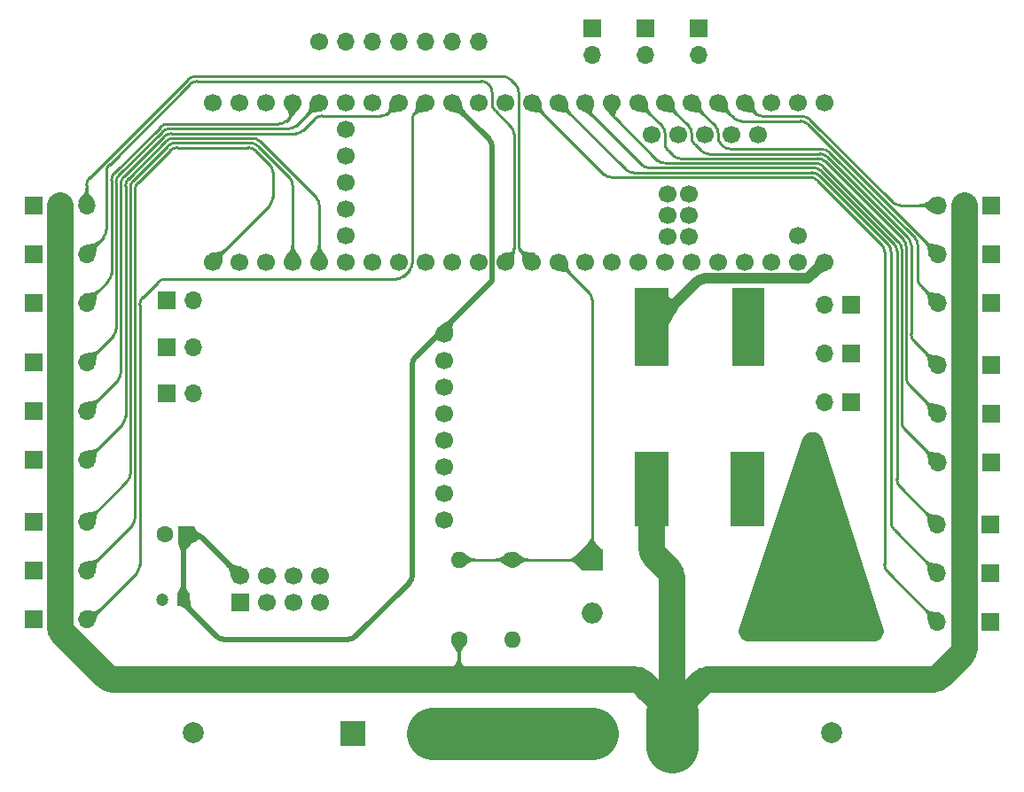
<source format=gbr>
%TF.GenerationSoftware,KiCad,Pcbnew,7.0.8*%
%TF.CreationDate,2025-02-28T20:23:41-05:00*%
%TF.ProjectId,Hexapod PCB KiCad Project,48657861-706f-4642-9050-4342204b6943,rev?*%
%TF.SameCoordinates,Original*%
%TF.FileFunction,Copper,L1,Top*%
%TF.FilePolarity,Positive*%
%FSLAX46Y46*%
G04 Gerber Fmt 4.6, Leading zero omitted, Abs format (unit mm)*
G04 Created by KiCad (PCBNEW 7.0.8) date 2025-02-28 20:23:41*
%MOMM*%
%LPD*%
G01*
G04 APERTURE LIST*
%TA.AperFunction,ComponentPad*%
%ADD10R,1.700000X1.700000*%
%TD*%
%TA.AperFunction,ComponentPad*%
%ADD11O,1.700000X1.700000*%
%TD*%
%TA.AperFunction,ConnectorPad*%
%ADD12R,3.175000X7.088000*%
%TD*%
%TA.AperFunction,ConnectorPad*%
%ADD13R,3.175000X7.493000*%
%TD*%
%TA.AperFunction,ConnectorPad*%
%ADD14R,3.048000X7.493000*%
%TD*%
%TA.AperFunction,ComponentPad*%
%ADD15C,1.700000*%
%TD*%
%TA.AperFunction,ComponentPad*%
%ADD16C,1.600000*%
%TD*%
%TA.AperFunction,ComponentPad*%
%ADD17O,1.600000X1.600000*%
%TD*%
%TA.AperFunction,ComponentPad*%
%ADD18R,2.000000X2.000000*%
%TD*%
%TA.AperFunction,ComponentPad*%
%ADD19C,2.000000*%
%TD*%
%TA.AperFunction,ComponentPad*%
%ADD20R,2.400000X2.400000*%
%TD*%
%TA.AperFunction,ComponentPad*%
%ADD21C,2.400000*%
%TD*%
%TA.AperFunction,ComponentPad*%
%ADD22R,1.200000X1.200000*%
%TD*%
%TA.AperFunction,ComponentPad*%
%ADD23C,1.200000*%
%TD*%
%TA.AperFunction,ComponentPad*%
%ADD24R,1.600000X1.600000*%
%TD*%
%TA.AperFunction,ComponentPad*%
%ADD25O,2.000000X2.000000*%
%TD*%
%TA.AperFunction,ViaPad*%
%ADD26C,0.800000*%
%TD*%
%TA.AperFunction,Conductor*%
%ADD27C,0.250000*%
%TD*%
%TA.AperFunction,Conductor*%
%ADD28C,1.000000*%
%TD*%
%TA.AperFunction,Conductor*%
%ADD29C,2.500000*%
%TD*%
%TA.AperFunction,Conductor*%
%ADD30C,0.500000*%
%TD*%
%TA.AperFunction,Conductor*%
%ADD31C,2.000000*%
%TD*%
%TA.AperFunction,Conductor*%
%ADD32C,5.000000*%
%TD*%
G04 APERTURE END LIST*
D10*
%TO.P,B2,1,Pin_1*%
%TO.N,GND*%
X151130000Y-64770000D03*
D11*
%TO.P,B2,2,Pin_2*%
X151130000Y-67310000D03*
%TD*%
D12*
%TO.P,U5,1,In+*%
%TO.N,+BATT*%
X156862500Y-108787500D03*
%TO.P,U5,2,In-*%
%TO.N,GND*%
X166006500Y-108787500D03*
D13*
%TO.P,U5,3,Out+*%
%TO.N,Teensy VIN*%
X156862500Y-93345000D03*
D14*
%TO.P,U5,4,Out-*%
%TO.N,GND*%
X166070000Y-93345000D03*
%TD*%
D10*
%TO.P,B4,1,Pin_1*%
%TO.N,Teensy VIN*%
X161290000Y-64770000D03*
D11*
%TO.P,B4,2,Pin_2*%
X161290000Y-67310000D03*
%TD*%
D15*
%TO.P,U4,1,VCC*%
%TO.N,+3.3V*%
X137034000Y-94007000D03*
%TO.P,U4,2,GND*%
%TO.N,GND*%
X137034000Y-96547000D03*
%TO.P,U4,3,SCL*%
%TO.N,Gyro SCL*%
X137034000Y-99087000D03*
%TO.P,U4,4,SDA*%
%TO.N,Gyro SDA*%
X137034000Y-101627000D03*
%TO.P,U4,5,XDA*%
%TO.N,unconnected-(U4-XDA-Pad5)*%
X137034000Y-104167000D03*
%TO.P,U4,6,XCL*%
%TO.N,unconnected-(U4-XCL-Pad6)*%
X137034000Y-106707000D03*
%TO.P,U4,7,ADO*%
%TO.N,unconnected-(U4-ADO-Pad7)*%
X137034000Y-109247000D03*
%TO.P,U4,8,INT*%
%TO.N,unconnected-(U4-INT-Pad8)*%
X137034000Y-111787000D03*
%TD*%
D16*
%TO.P,R2,1*%
%TO.N,Battery Voltage Divider*%
X143510000Y-115570000D03*
D17*
%TO.P,R2,2*%
%TO.N,GND*%
X143510000Y-123190000D03*
%TD*%
D18*
%TO.P,C4,1*%
%TO.N,+BATT*%
X113030000Y-127080000D03*
D19*
%TO.P,C4,2*%
%TO.N,GND*%
X113030000Y-132080000D03*
%TD*%
D20*
%TO.P,T1,1,1*%
%TO.N,GND*%
X128270000Y-132212500D03*
D21*
%TO.P,T1,2,2*%
%TO.N,Net-(T1-Pad2)*%
X135890000Y-132212500D03*
%TD*%
D15*
%TO.P,B1,1,Pin_1*%
%TO.N,B1*%
X125095000Y-66040000D03*
D11*
%TO.P,B1,2,Pin_2*%
%TO.N,B2*%
X127635000Y-66040000D03*
%TO.P,B1,3,Pin_3*%
%TO.N,B3*%
X130175000Y-66040000D03*
%TO.P,B1,4,Pin_4*%
%TO.N,B4*%
X132715000Y-66040000D03*
%TO.P,B1,5,Pin_5*%
%TO.N,B5*%
X135255000Y-66040000D03*
%TO.P,B1,6,Pin_6*%
%TO.N,B6*%
X137795000Y-66040000D03*
%TO.P,B1,7,Pin_7*%
%TO.N,B7*%
X140335000Y-66040000D03*
%TD*%
D20*
%TO.P,T2,1,1*%
%TO.N,Net-(T1-Pad2)*%
X151130000Y-132212500D03*
D21*
%TO.P,T2,2,2*%
%TO.N,+BATT*%
X158750000Y-132212500D03*
%TD*%
D22*
%TO.P,C2,1*%
%TO.N,+3.3V*%
X112097600Y-119380001D03*
D23*
%TO.P,C2,2*%
%TO.N,GND*%
X110097600Y-119380001D03*
%TD*%
D24*
%TO.P,C1,1*%
%TO.N,+3.3V*%
X112395000Y-113125000D03*
D16*
%TO.P,C1,2*%
%TO.N,GND*%
X110395000Y-113125000D03*
%TD*%
%TO.P,R1,1*%
%TO.N,+BATT*%
X138430000Y-123190000D03*
D17*
%TO.P,R1,2*%
%TO.N,Battery Voltage Divider*%
X138430000Y-115570000D03*
%TD*%
D18*
%TO.P,D1,1,K*%
%TO.N,Battery Voltage Divider*%
X151130000Y-115570000D03*
D25*
%TO.P,D1,2,A*%
%TO.N,GND*%
X151130000Y-120650000D03*
%TD*%
D10*
%TO.P,B3,1,Pin_1*%
%TO.N,+3.3V*%
X156210000Y-64765000D03*
D11*
%TO.P,B3,2,Pin_2*%
X156210000Y-67305000D03*
%TD*%
D18*
%TO.P,C3,1*%
%TO.N,+BATT*%
X173990000Y-127080000D03*
D19*
%TO.P,C3,2*%
%TO.N,GND*%
X173990000Y-132080000D03*
%TD*%
D10*
%TO.P,U3,1,GND*%
%TO.N,GND*%
X117565000Y-119680000D03*
D15*
%TO.P,U3,2,VCC*%
%TO.N,+3.3V*%
X117565000Y-117140000D03*
%TO.P,U3,3,CE*%
%TO.N,CE*%
X120105000Y-119680000D03*
%TO.P,U3,4,~{CSN}*%
%TO.N,CSN*%
X120105000Y-117140000D03*
%TO.P,U3,5,SCK*%
%TO.N,SCK*%
X122645000Y-119680000D03*
%TO.P,U3,6,MOSI*%
%TO.N,MOSI*%
X122645000Y-117140000D03*
%TO.P,U3,7,MISO*%
%TO.N,MISO*%
X125185000Y-119680000D03*
%TO.P,U3,8,IRQ*%
%TO.N,unconnected-(U3-IRQ-Pad8)*%
X125185000Y-117140000D03*
%TD*%
%TO.P,U1,0,RX1*%
%TO.N,unconnected-(U1-RX1-Pad0)*%
X170815000Y-71880000D03*
%TO.P,U1,1,TX1*%
%TO.N,unconnected-(U1-TX1-Pad1)*%
X168275000Y-71880000D03*
%TO.P,U1,2,OUT2*%
%TO.N,Leg3 Tibia*%
X165735000Y-71880000D03*
%TO.P,U1,3,LRCLK2*%
%TO.N,Leg3 Femur*%
X163195000Y-71880000D03*
%TO.P,U1,3.3V_1,3.3V*%
%TO.N,+3.3V*%
X137795000Y-71880000D03*
%TO.P,U1,3.3V_2,3.3V*%
X168275000Y-87120000D03*
%TO.P,U1,3.3V_3,3.3V*%
X127635000Y-76960000D03*
%TO.P,U1,4,BCLK2*%
%TO.N,Leg3 Coxa*%
X160655000Y-71880000D03*
%TO.P,U1,5,IN2*%
%TO.N,Leg2 Tibia*%
X158115000Y-71880000D03*
%TO.P,U1,5V,5V*%
%TO.N,+5V*%
X167005000Y-74930000D03*
%TO.P,U1,6,OUT1D*%
%TO.N,Leg2 Femur*%
X155575000Y-71880000D03*
%TO.P,U1,7,RX2*%
%TO.N,Leg2 Coxa*%
X153035000Y-71880000D03*
%TO.P,U1,8,TX2*%
%TO.N,Leg1 Tibia*%
X150495000Y-71880000D03*
%TO.P,U1,9,OUT1C*%
%TO.N,Leg1 Femur*%
X147955000Y-71880000D03*
%TO.P,U1,10,CS1*%
%TO.N,Leg1 Coxa*%
X145415000Y-71880000D03*
%TO.P,U1,11,MOSI*%
%TO.N,MOSI*%
X142875000Y-71880000D03*
%TO.P,U1,12,MISO*%
%TO.N,MISO*%
X140335000Y-71880000D03*
%TO.P,U1,13,SCK*%
%TO.N,SCK*%
X140335000Y-87120000D03*
%TO.P,U1,14,A0*%
%TO.N,Leg6 Femur*%
X142875000Y-87120000D03*
%TO.P,U1,15,A1*%
%TO.N,Leg6 Coxa*%
X145415000Y-87120000D03*
%TO.P,U1,16,A2*%
%TO.N,Battery Voltage Divider*%
X147955000Y-87120000D03*
%TO.P,U1,17,A3*%
%TO.N,B6*%
X150495000Y-87120000D03*
%TO.P,U1,18,A4*%
%TO.N,Gyro SDA*%
X153035000Y-87120000D03*
%TO.P,U1,19,A5*%
%TO.N,Gyro SCL*%
X155575000Y-87120000D03*
%TO.P,U1,20,A6*%
%TO.N,B7*%
X158115000Y-87120000D03*
%TO.P,U1,21,A7*%
%TO.N,FS6*%
X160655000Y-87120000D03*
%TO.P,U1,22,A8*%
%TO.N,FS5*%
X163195000Y-87120000D03*
%TO.P,U1,23,A9*%
%TO.N,FS4*%
X165735000Y-87120000D03*
%TO.P,U1,24,A10*%
%TO.N,Leg4 Tibia*%
X135255000Y-71880000D03*
%TO.P,U1,25,A11*%
%TO.N,Leg5 Femur*%
X132715000Y-71880000D03*
%TO.P,U1,26,A12*%
%TO.N,CE*%
X130175000Y-71880000D03*
%TO.P,U1,27,A13*%
%TO.N,CSN*%
X127635000Y-71880000D03*
%TO.P,U1,28,RX7*%
%TO.N,Leg5 Coxa*%
X125095000Y-71880000D03*
%TO.P,U1,29,TX7*%
%TO.N,Leg6 Tibia*%
X122555000Y-71880000D03*
%TO.P,U1,30,CRX3*%
%TO.N,B2*%
X120015000Y-71880000D03*
%TO.P,U1,31,CTX3*%
%TO.N,B1*%
X117475000Y-71880000D03*
%TO.P,U1,32,OUT1B*%
%TO.N,unconnected-(U1-OUT1B-Pad32)*%
X114935000Y-71880000D03*
%TO.P,U1,33,MCLK2*%
%TO.N,Leg4 Femur*%
X114935000Y-87120000D03*
%TO.P,U1,34,RX8*%
%TO.N,FS1*%
X117475000Y-87120000D03*
%TO.P,U1,35,TX8*%
%TO.N,FS2*%
X120015000Y-87120000D03*
%TO.P,U1,36,CS2*%
%TO.N,Leg4 Coxa*%
X122555000Y-87120000D03*
%TO.P,U1,37,CS3*%
%TO.N,Leg5 Tibia*%
X125095000Y-87120000D03*
%TO.P,U1,38,A14*%
%TO.N,FS3*%
X127635000Y-87120000D03*
%TO.P,U1,39,A15*%
%TO.N,B3*%
X130175000Y-87120000D03*
%TO.P,U1,40,A16*%
%TO.N,B4*%
X132715000Y-87120000D03*
%TO.P,U1,41,A17*%
%TO.N,B5*%
X135255000Y-87120000D03*
%TO.P,U1,D+,D+*%
%TO.N,unconnected-(U1-PadD+)*%
X161925000Y-74930000D03*
%TO.P,U1,D-,D-*%
%TO.N,unconnected-(U1-PadD-)*%
X164465000Y-74930000D03*
%TO.P,U1,GND1,GND*%
%TO.N,GND*%
X173355000Y-71880000D03*
%TO.P,U1,GND2,GND*%
X137795000Y-87120000D03*
%TO.P,U1,GND3,GND*%
X170815000Y-87120000D03*
%TO.P,U1,GND4,GND*%
X127635000Y-79500000D03*
%TO.P,U1,GND5,GND*%
X158385000Y-82670000D03*
%TO.P,U1,LED,LED*%
%TO.N,unconnected-(U1-PadLED)*%
X160385000Y-82670000D03*
%TO.P,U1,ON/OFF,ON/OFF*%
%TO.N,unconnected-(U1-PadON{slash}OFF)*%
X127635000Y-84580000D03*
%TO.P,U1,PROGRAM,PROGRAM*%
%TO.N,unconnected-(U1-PadPROGRAM)*%
X127635000Y-82040000D03*
%TO.P,U1,R+,R+*%
%TO.N,unconnected-(U1-PadR+)*%
X160385000Y-84670000D03*
%TO.P,U1,R-,R-*%
%TO.N,unconnected-(U1-PadR-)*%
X158385000Y-84670000D03*
%TO.P,U1,T+,T+*%
%TO.N,unconnected-(U1-PadT+)*%
X158385000Y-80670000D03*
%TO.P,U1,T-,T-*%
%TO.N,unconnected-(U1-PadT-)*%
X160385000Y-80670000D03*
%TO.P,U1,USB_GND1,USB_GND*%
%TO.N,Net-(U1-USB_GND-PadUSB_GND1)*%
X159385000Y-74930000D03*
%TO.P,U1,USB_GND2,USB_GND*%
X156845000Y-74930000D03*
%TO.P,U1,VBAT,VBAT*%
%TO.N,unconnected-(U1-PadVBAT)*%
X127635000Y-74420000D03*
%TO.P,U1,VIN,VIN*%
%TO.N,Teensy VIN*%
X173355000Y-87120000D03*
%TO.P,U1,VUSB,VUSB*%
%TO.N,unconnected-(U1-PadVUSB)*%
X170815000Y-84580000D03*
%TD*%
D10*
%TO.P,Cox2,1,Pin_1*%
%TO.N,GND*%
X97790000Y-96745001D03*
D11*
%TO.P,Cox2,2,Pin_2*%
%TO.N,+BATT*%
X100330000Y-96745001D03*
%TO.P,Cox2,3,Pin_3*%
%TO.N,Leg5 Coxa*%
X102870000Y-96745001D03*
%TD*%
D10*
%TO.P,Cox6,1,Pin_1*%
%TO.N,GND*%
X189214980Y-121490001D03*
D11*
%TO.P,Cox6,2,Pin_2*%
%TO.N,+BATT*%
X186674980Y-121490001D03*
%TO.P,Cox6,3,Pin_3*%
%TO.N,Leg1 Coxa*%
X184134980Y-121490001D03*
%TD*%
D10*
%TO.P,Tib2,1,Pin_1*%
%TO.N,GND*%
X97790000Y-106045001D03*
D11*
%TO.P,Tib2,2,Pin_2*%
%TO.N,+BATT*%
X100330000Y-106045001D03*
%TO.P,Tib2,3,Pin_3*%
%TO.N,Leg5 Tibia*%
X102870000Y-106045001D03*
%TD*%
D10*
%TO.P,FS4,1,Pin_1*%
%TO.N,GND*%
X175900000Y-91235000D03*
D11*
%TO.P,FS4,2,Pin_2*%
%TO.N,FS4*%
X173360000Y-91235000D03*
%TD*%
D10*
%TO.P,Cox5,1,Pin_1*%
%TO.N,GND*%
X189230001Y-106250000D03*
D11*
%TO.P,Cox5,2,Pin_2*%
%TO.N,+BATT*%
X186690001Y-106250000D03*
%TO.P,Cox5,3,Pin_3*%
%TO.N,Leg2 Coxa*%
X184150001Y-106250000D03*
%TD*%
D10*
%TO.P,Tib1,1,Pin_1*%
%TO.N,GND*%
X97790001Y-91010000D03*
D11*
%TO.P,Tib1,2,Pin_2*%
%TO.N,+BATT*%
X100330001Y-91010000D03*
%TO.P,Tib1,3,Pin_3*%
%TO.N,Leg6 Tibia*%
X102870001Y-91010000D03*
%TD*%
D10*
%TO.P,Fem4,1,Pin_1*%
%TO.N,GND*%
X189230000Y-86360000D03*
D11*
%TO.P,Fem4,2,Pin_2*%
%TO.N,+BATT*%
X186690000Y-86360000D03*
%TO.P,Fem4,3,Pin_3*%
%TO.N,Leg3 Femur*%
X184150000Y-86360000D03*
%TD*%
D10*
%TO.P,Fem3,1,Pin_1*%
%TO.N,GND*%
X97789999Y-116635000D03*
D11*
%TO.P,Fem3,2,Pin_2*%
%TO.N,+BATT*%
X100329999Y-116635000D03*
%TO.P,Fem3,3,Pin_3*%
%TO.N,Leg4 Femur*%
X102869999Y-116635000D03*
%TD*%
D10*
%TO.P,Tib6,1,Pin_1*%
%TO.N,GND*%
X189214997Y-112189999D03*
D11*
%TO.P,Tib6,2,Pin_2*%
%TO.N,+BATT*%
X186674997Y-112189999D03*
%TO.P,Tib6,3,Pin_3*%
%TO.N,Leg1 Tibia*%
X184134997Y-112189999D03*
%TD*%
D10*
%TO.P,Fem5,1,Pin_1*%
%TO.N,GND*%
X189230000Y-101600000D03*
D11*
%TO.P,Fem5,2,Pin_2*%
%TO.N,+BATT*%
X186690000Y-101600000D03*
%TO.P,Fem5,3,Pin_3*%
%TO.N,Leg2 Femur*%
X184150000Y-101600000D03*
%TD*%
D10*
%TO.P,Cox1,1,Pin_1*%
%TO.N,GND*%
X97790001Y-81710000D03*
D11*
%TO.P,Cox1,2,Pin_2*%
%TO.N,+BATT*%
X100330001Y-81710000D03*
%TO.P,Cox1,3,Pin_3*%
%TO.N,Leg6 Coxa*%
X102870001Y-81710000D03*
%TD*%
D10*
%TO.P,FS2,1,Pin_1*%
%TO.N,GND*%
X110495000Y-95250000D03*
D11*
%TO.P,FS2,2,Pin_2*%
%TO.N,FS2*%
X113035000Y-95250000D03*
%TD*%
D10*
%TO.P,FS5,1,Pin_1*%
%TO.N,GND*%
X175900001Y-95885000D03*
D11*
%TO.P,FS5,2,Pin_2*%
%TO.N,FS5*%
X173360001Y-95885000D03*
%TD*%
D10*
%TO.P,Cox4,1,Pin_1*%
%TO.N,GND*%
X189229992Y-91010010D03*
D11*
%TO.P,Cox4,2,Pin_2*%
%TO.N,+BATT*%
X186689992Y-91010010D03*
%TO.P,Cox4,3,Pin_3*%
%TO.N,Leg3 Coxa*%
X184149992Y-91010010D03*
%TD*%
D10*
%TO.P,Fem2,1,Pin_1*%
%TO.N,GND*%
X97790001Y-101395000D03*
D11*
%TO.P,Fem2,2,Pin_2*%
%TO.N,+BATT*%
X100330001Y-101395000D03*
%TO.P,Fem2,3,Pin_3*%
%TO.N,Leg5 Femur*%
X102870001Y-101395000D03*
%TD*%
D10*
%TO.P,Tib5,1,Pin_1*%
%TO.N,GND*%
X189230001Y-96950000D03*
D11*
%TO.P,Tib5,2,Pin_2*%
%TO.N,+BATT*%
X186690001Y-96950000D03*
%TO.P,Tib5,3,Pin_3*%
%TO.N,Leg2 Tibia*%
X184150001Y-96950000D03*
%TD*%
D10*
%TO.P,Fem1,1,Pin_1*%
%TO.N,GND*%
X97790000Y-86360000D03*
D11*
%TO.P,Fem1,2,Pin_2*%
%TO.N,+BATT*%
X100330000Y-86360000D03*
%TO.P,Fem1,3,Pin_3*%
%TO.N,Leg6 Femur*%
X102870000Y-86360000D03*
%TD*%
D10*
%TO.P,Cox3,1,Pin_1*%
%TO.N,GND*%
X97790000Y-111985000D03*
D11*
%TO.P,Cox3,2,Pin_2*%
%TO.N,+BATT*%
X100330000Y-111985000D03*
%TO.P,Cox3,3,Pin_3*%
%TO.N,Leg4 Coxa*%
X102870000Y-111985000D03*
%TD*%
D10*
%TO.P,FS1,1,Pin_1*%
%TO.N,GND*%
X110490000Y-90805000D03*
D11*
%TO.P,FS1,2,Pin_2*%
%TO.N,FS1*%
X113030000Y-90805000D03*
%TD*%
D10*
%TO.P,Tib3,1,Pin_1*%
%TO.N,GND*%
X97790000Y-121285000D03*
D11*
%TO.P,Tib3,2,Pin_2*%
%TO.N,+BATT*%
X100330000Y-121285000D03*
%TO.P,Tib3,3,Pin_3*%
%TO.N,Leg4 Tibia*%
X102870000Y-121285000D03*
%TD*%
D10*
%TO.P,FS3,1,Pin_1*%
%TO.N,GND*%
X110490000Y-99695000D03*
D11*
%TO.P,FS3,2,Pin_2*%
%TO.N,FS3*%
X113030000Y-99695000D03*
%TD*%
D10*
%TO.P,FS6,1,Pin_1*%
%TO.N,GND*%
X175900000Y-100535000D03*
D11*
%TO.P,FS6,2,Pin_2*%
%TO.N,FS6*%
X173360000Y-100535000D03*
%TD*%
D10*
%TO.P,Fem6,1,Pin_1*%
%TO.N,GND*%
X189215000Y-116840000D03*
D11*
%TO.P,Fem6,2,Pin_2*%
%TO.N,+BATT*%
X186675000Y-116840000D03*
%TO.P,Fem6,3,Pin_3*%
%TO.N,Leg1 Femur*%
X184135000Y-116840000D03*
%TD*%
D10*
%TO.P,Tib4,1,Pin_1*%
%TO.N,GND*%
X189230008Y-81710011D03*
D11*
%TO.P,Tib4,2,Pin_2*%
%TO.N,+BATT*%
X186690008Y-81710011D03*
%TO.P,Tib4,3,Pin_3*%
%TO.N,Leg3 Tibia*%
X184150008Y-81710011D03*
%TD*%
D26*
%TO.N,GND*%
X166944000Y-106743500D03*
X166944000Y-95821500D03*
%TD*%
D27*
%TO.N,Leg6 Femur*%
X141604990Y-70899213D02*
G75*
G03*
X141312107Y-70192107I-999990J13D01*
G01*
X141605011Y-71975787D02*
G75*
G03*
X141897894Y-72682893I999989J-13D01*
G01*
X113444214Y-69850010D02*
G75*
G03*
X112737107Y-70142893I-14J-999990D01*
G01*
X141262900Y-70142886D02*
G75*
G03*
X140555786Y-69850000I-707100J-707114D01*
G01*
X143694990Y-74894213D02*
G75*
G03*
X143402107Y-74187107I-999990J13D01*
G01*
X143402114Y-86592900D02*
G75*
G03*
X143695000Y-85885786I-707114J707100D01*
G01*
X104482114Y-84747900D02*
G75*
G03*
X104775000Y-84040786I-707114J707100D01*
G01*
X105067886Y-77812100D02*
G75*
G03*
X104775000Y-78519214I707114J-707100D01*
G01*
%TO.N,Leg6 Coxa*%
X143354298Y-69692885D02*
G75*
G03*
X142647183Y-69400001I-707098J-707115D01*
G01*
X144144987Y-70897818D02*
G75*
G03*
X143852107Y-70190711I-999987J18D01*
G01*
X144145010Y-85435786D02*
G75*
G03*
X144437893Y-86142893I999990J-14D01*
G01*
X103162888Y-79082100D02*
G75*
G03*
X102870001Y-79789213I707112J-707100D01*
G01*
X113259213Y-69400010D02*
G75*
G03*
X112552106Y-69692894I-13J-999990D01*
G01*
%TO.N,Leg4 Femur*%
X120649995Y-78522007D02*
G75*
G03*
X120357107Y-77814900I-999995J7D01*
G01*
X119035103Y-76492890D02*
G75*
G03*
X118327993Y-76200000I-707103J-707110D01*
G01*
X120357114Y-81697900D02*
G75*
G03*
X120650000Y-80990786I-707114J707100D01*
G01*
X111547590Y-76199993D02*
G75*
G03*
X110840483Y-76492893I10J-1000007D01*
G01*
X107792898Y-79540488D02*
G75*
G03*
X107500000Y-80247590I707102J-707112D01*
G01*
X107207114Y-112297899D02*
G75*
G03*
X107500000Y-111590785I-707114J707099D01*
G01*
%TO.N,Leg4 Tibia*%
X134277886Y-72857100D02*
G75*
G03*
X133985000Y-73564214I707114J-707100D01*
G01*
X133692114Y-87922900D02*
G75*
G03*
X133985000Y-87215786I-707114J707100D01*
G01*
X108242886Y-90512100D02*
G75*
G03*
X107950000Y-91219214I707114J-707100D01*
G01*
X132424268Y-88776490D02*
G75*
G03*
X133131375Y-88483625I32J999990D01*
G01*
X110392696Y-88776510D02*
G75*
G03*
X109685589Y-89069411I4J-999990D01*
G01*
X107657114Y-116832900D02*
G75*
G03*
X107950000Y-116125786I-707114J707100D01*
G01*
%TO.N,Leg6 Tibia*%
X121215786Y-73949990D02*
G75*
G03*
X121922893Y-73657107I14J999990D01*
G01*
X104957113Y-88922900D02*
G75*
G03*
X105250000Y-88215787I-707113J707100D01*
G01*
X122262114Y-73317900D02*
G75*
G03*
X122555000Y-72610786I-707114J707100D01*
G01*
X105542888Y-78608498D02*
G75*
G03*
X105250000Y-79315610I707112J-707102D01*
G01*
X110615610Y-73950007D02*
G75*
G03*
X109908503Y-74242893I-10J-999993D01*
G01*
%TO.N,Leg4 Coxa*%
X119221501Y-76042888D02*
G75*
G03*
X118514389Y-75750000I-707101J-707112D01*
G01*
X111361194Y-75749996D02*
G75*
G03*
X110654087Y-76042893I6J-1000004D01*
G01*
%TO.N,Leg5 Femur*%
X131013503Y-73167290D02*
G75*
G03*
X131720610Y-72874390I-3J999990D01*
G01*
X125366931Y-73167310D02*
G75*
G03*
X124659824Y-73460176I-31J-999990D01*
G01*
X105857113Y-98407900D02*
G75*
G03*
X106150000Y-97700787I-707113J707100D01*
G01*
X122855786Y-74849990D02*
G75*
G03*
X123562893Y-74557107I14J999990D01*
G01*
X110988402Y-74850002D02*
G75*
G03*
X110281296Y-75142894I-2J-999998D01*
G01*
X106442892Y-78981294D02*
G75*
G03*
X106150000Y-79688402I707108J-707106D01*
G01*
%TO.N,Leg4 Coxa*%
X107342896Y-79354090D02*
G75*
G03*
X107050000Y-80061194I707104J-707110D01*
G01*
%TO.N,Leg5 Tibia*%
X125094990Y-81694214D02*
G75*
G03*
X124802107Y-80987107I-999990J14D01*
G01*
X119407899Y-75592886D02*
G75*
G03*
X118700785Y-75300000I-707099J-707114D01*
G01*
%TO.N,Leg4 Coxa*%
X106757114Y-108097900D02*
G75*
G03*
X107050000Y-107390786I-707114J707100D01*
G01*
X122554992Y-79790610D02*
G75*
G03*
X122262106Y-79083503I-999992J10D01*
G01*
%TO.N,Leg5 Tibia*%
X111174798Y-75299999D02*
G75*
G03*
X110467692Y-75592894I2J-1000001D01*
G01*
X106892894Y-79167692D02*
G75*
G03*
X106600000Y-79874798I707106J-707108D01*
G01*
X106307114Y-102607900D02*
G75*
G03*
X106600000Y-101900786I-707114J707100D01*
G01*
%TO.N,Leg5 Coxa*%
X105992890Y-78794896D02*
G75*
G03*
X105700000Y-79502006I707110J-707104D01*
G01*
X105407114Y-94207900D02*
G75*
G03*
X105700000Y-93500786I-707114J707100D01*
G01*
X110802006Y-74400004D02*
G75*
G03*
X110094899Y-74692893I-6J-999996D01*
G01*
X122160786Y-74399990D02*
G75*
G03*
X122867893Y-74107107I14J999990D01*
G01*
%TO.N,Battery Voltage Divider*%
X151129990Y-90709214D02*
G75*
G03*
X150837107Y-90002107I-999990J14D01*
G01*
D28*
%TO.N,Teensy VIN*%
X161904650Y-88717110D02*
G75*
G03*
X161197543Y-89009957I-50J-999990D01*
G01*
D27*
%TO.N,Leg3 Coxa*%
X163194990Y-74834214D02*
G75*
G03*
X162902107Y-74127107I-999990J14D01*
G01*
%TO.N,Leg2 Coxa*%
X173221308Y-77976894D02*
G75*
G03*
X172514202Y-77684000I-707108J-707106D01*
G01*
%TO.N,Leg2 Tibia*%
X160655032Y-75189555D02*
G75*
G03*
X160947893Y-75896662I999968J-45D01*
G01*
X161542316Y-76491129D02*
G75*
G03*
X162249445Y-76784000I707084J707129D01*
G01*
X173594104Y-77076890D02*
G75*
G03*
X172886994Y-76784000I-707104J-707110D01*
G01*
%TO.N,Leg2 Femur*%
X158115010Y-75785786D02*
G75*
G03*
X158407893Y-76492893I999990J-14D01*
G01*
%TO.N,Leg2 Coxa*%
X157362316Y-77391129D02*
G75*
G03*
X158069445Y-77684000I707084J707129D01*
G01*
%TO.N,Leg2 Tibia*%
X181609996Y-85507006D02*
G75*
G03*
X181317107Y-84799899I-999996J6D01*
G01*
X181610011Y-93995785D02*
G75*
G03*
X181902893Y-94702892I999989J-15D01*
G01*
%TO.N,Leg2 Femur*%
X181160010Y-98195786D02*
G75*
G03*
X181452893Y-98902893I999990J-14D01*
G01*
%TO.N,Leg3 Coxa*%
X173780502Y-76626888D02*
G75*
G03*
X173073390Y-76334000I-707102J-707112D01*
G01*
X182244993Y-85505610D02*
G75*
G03*
X181952107Y-84798503I-999993J10D01*
G01*
%TO.N,Leg3 Tibia*%
X179849073Y-81417103D02*
G75*
G03*
X180556165Y-81710011I707127J707103D01*
G01*
%TO.N,Leg3 Femur*%
X164682101Y-73367114D02*
G75*
G03*
X165389215Y-73660000I707099J707114D01*
G01*
X171741502Y-73952888D02*
G75*
G03*
X171034390Y-73660000I-707102J-707112D01*
G01*
%TO.N,Leg2 Tibia*%
X160654990Y-74834214D02*
G75*
G03*
X160362107Y-74127107I-999990J14D01*
G01*
%TO.N,Leg2 Femur*%
X181159998Y-85693402D02*
G75*
G03*
X180867106Y-84986296I-999998J2D01*
G01*
%TO.N,Leg2 Coxa*%
X180710001Y-85879798D02*
G75*
G03*
X180417106Y-85172692I-1000001J-2D01*
G01*
X153035033Y-72649556D02*
G75*
G03*
X153327895Y-73356661I999967J-44D01*
G01*
%TO.N,Leg3 Tibia*%
X171934820Y-73502906D02*
G75*
G03*
X171227726Y-73210000I-707120J-707094D01*
G01*
X166772100Y-72917114D02*
G75*
G03*
X167479214Y-73210000I707100J707114D01*
G01*
%TO.N,Leg3 Coxa*%
X163195032Y-75189555D02*
G75*
G03*
X163487893Y-75896662I999968J-45D01*
G01*
X163632316Y-76041129D02*
G75*
G03*
X164339445Y-76334000I707084J707129D01*
G01*
X182244997Y-88690804D02*
G75*
G03*
X182537893Y-89397911I1000003J4D01*
G01*
%TO.N,Leg2 Femur*%
X158856100Y-76941114D02*
G75*
G03*
X159563214Y-77234000I707100J707114D01*
G01*
X173407706Y-77526892D02*
G75*
G03*
X172700598Y-77234000I-707106J-707108D01*
G01*
X158114990Y-74834214D02*
G75*
G03*
X157822107Y-74127107I-999990J14D01*
G01*
%TO.N,Leg2 Coxa*%
X180710011Y-102395785D02*
G75*
G03*
X181002893Y-103102892I999989J-15D01*
G01*
%TO.N,Leg1 Femur*%
X154366100Y-78291114D02*
G75*
G03*
X155073214Y-78584000I707100J707114D01*
G01*
X172848512Y-78876898D02*
G75*
G03*
X172141410Y-78584000I-707112J-707102D01*
G01*
%TO.N,Leg1 Coxa*%
X179070010Y-86148986D02*
G75*
G03*
X178777107Y-85441879I-1000010J-14D01*
G01*
D29*
%TO.N,+BATT*%
X155867900Y-127292886D02*
G75*
G03*
X155160786Y-127000000I-707100J-707114D01*
G01*
X104690072Y-126707085D02*
G75*
G03*
X105397157Y-127000000I707128J707085D01*
G01*
X186412148Y-124737894D02*
G75*
G03*
X186705020Y-124030766I-707148J707094D01*
G01*
X183735786Y-126999990D02*
G75*
G03*
X184442893Y-126707107I14J999990D01*
G01*
X100329970Y-121932843D02*
G75*
G03*
X100622894Y-122639949I1000030J43D01*
G01*
X158749990Y-117254214D02*
G75*
G03*
X158457107Y-116547107I-999990J14D01*
G01*
X156845010Y-114520786D02*
G75*
G03*
X157137893Y-115227893I999990J-14D01*
G01*
D27*
%TO.N,Leg1 Tibia*%
X150495010Y-72038288D02*
G75*
G03*
X150787892Y-72745392I999990J-12D01*
G01*
X155883600Y-77841114D02*
G75*
G03*
X156590714Y-78134000I707100J707114D01*
G01*
X180260008Y-107900789D02*
G75*
G03*
X180552893Y-108607896I999992J-11D01*
G01*
%TO.N,Leg1 Femur*%
X179705006Y-86147591D02*
G75*
G03*
X179412107Y-85440484I-1000006J-9D01*
G01*
X179705010Y-111995786D02*
G75*
G03*
X179997893Y-112702893I999990J-14D01*
G01*
%TO.N,Leg1 Tibia*%
X173034910Y-78426896D02*
G75*
G03*
X172327806Y-78134000I-707110J-707104D01*
G01*
X180260004Y-86066194D02*
G75*
G03*
X179967107Y-85359087I-1000004J-6D01*
G01*
D29*
%TO.N,+BATT*%
X162339214Y-127000010D02*
G75*
G03*
X161632107Y-127292893I-14J-999990D01*
G01*
D27*
%TO.N,Leg1 Coxa*%
X172662114Y-79326900D02*
G75*
G03*
X171955014Y-79034000I-707114J-707100D01*
G01*
X179069995Y-116010807D02*
G75*
G03*
X179362893Y-116717914I1000005J7D01*
G01*
X152276100Y-78741114D02*
G75*
G03*
X152983214Y-79034000I707100J707114D01*
G01*
D30*
%TO.N,+3.3V*%
X134277887Y-96227100D02*
G75*
G03*
X133985000Y-96934213I707113J-707100D01*
G01*
X141604990Y-76104214D02*
G75*
G03*
X141312107Y-75397107I-999990J14D01*
G01*
X113842900Y-113417886D02*
G75*
G03*
X113135786Y-113125000I-707100J-707114D01*
G01*
X133692114Y-117767900D02*
G75*
G03*
X133985000Y-117060786I-707114J707100D01*
G01*
X127855786Y-123189990D02*
G75*
G03*
X128562893Y-122897107I14J999990D01*
G01*
X115277100Y-122897114D02*
G75*
G03*
X115984214Y-123190000I707100J707114D01*
G01*
X137326887Y-93178100D02*
G75*
G03*
X137034000Y-93885213I707113J-707100D01*
G01*
X112390486Y-113129500D02*
G75*
G03*
X112097600Y-113836614I707114J-707100D01*
G01*
D27*
%TO.N,Leg4 Tibia*%
X134277893Y-72857107D02*
X135255000Y-71880000D01*
X133131375Y-88483625D02*
X133692107Y-87922893D01*
X110392696Y-88776518D02*
X132424268Y-88776518D01*
X103205000Y-121285000D02*
X107657107Y-116832893D01*
X108242893Y-90512107D02*
X109685589Y-89069411D01*
X133985000Y-87215786D02*
X133985000Y-73564214D01*
X102869999Y-121285000D02*
X103205000Y-121285000D01*
X107950000Y-116125786D02*
X107950000Y-91219214D01*
%TO.N,Leg6 Femur*%
X104482107Y-84747893D02*
X102870000Y-86360000D01*
X141312107Y-70192107D02*
X141262893Y-70142893D01*
X112737107Y-70142893D02*
X105067893Y-77812107D01*
X141605001Y-71975787D02*
X141605000Y-70899213D01*
X143402107Y-74187107D02*
X141897894Y-72682893D01*
X140555786Y-69850000D02*
X113444214Y-69850000D01*
X143695000Y-85885786D02*
X143695000Y-74894213D01*
X104775000Y-78519214D02*
X104775000Y-84040786D01*
X142875000Y-87120000D02*
X143402107Y-86592893D01*
%TO.N,Leg6 Coxa*%
X112552106Y-69692894D02*
X103162894Y-79082106D01*
X102870001Y-79789213D02*
X102870001Y-81710000D01*
X143852107Y-70190711D02*
X143354289Y-69692894D01*
X142647183Y-69400001D02*
X113259213Y-69400001D01*
X144145000Y-85435786D02*
X144145000Y-70897818D01*
X145415000Y-87120000D02*
X144437893Y-86142893D01*
%TO.N,Leg4 Femur*%
X119035100Y-76492893D02*
X120357107Y-77814900D01*
X120650000Y-78522007D02*
X120650000Y-80990786D01*
X107792893Y-79540483D02*
X110840483Y-76492893D01*
X111547590Y-76200000D02*
X118327993Y-76200000D01*
X107500000Y-111590785D02*
X107500000Y-80247590D01*
X102869999Y-116635000D02*
X107207107Y-112297892D01*
X120357107Y-81697893D02*
X114935000Y-87120000D01*
D28*
%TO.N,Teensy VIN*%
X171757936Y-88717064D02*
X171392064Y-88717064D01*
X173355000Y-87120000D02*
X171757936Y-88717064D01*
X161197543Y-89009957D02*
X156926000Y-93281500D01*
X171392064Y-88717064D02*
X161904650Y-88717064D01*
D27*
%TO.N,Leg4 Coxa*%
X119221496Y-76042893D02*
X122262106Y-79083503D01*
X111361194Y-75750000D02*
X118514389Y-75750000D01*
X107342893Y-79354087D02*
X110654087Y-76042893D01*
X122554999Y-79790610D02*
X122555000Y-87120000D01*
X102869999Y-111985000D02*
X106757107Y-108097893D01*
X107050000Y-107390786D02*
X107050000Y-80061194D01*
%TO.N,Leg5 Tibia*%
X125095000Y-81694214D02*
X125095000Y-87120000D01*
X119407892Y-75592893D02*
X124802107Y-80987107D01*
X111174798Y-75300000D02*
X118700785Y-75300000D01*
X106892893Y-79167691D02*
X110467691Y-75592893D01*
X106600000Y-101900786D02*
X106600000Y-79874798D01*
X102870000Y-106045000D02*
X106307107Y-102607893D01*
%TO.N,Leg5 Femur*%
X131720610Y-72874390D02*
X132715000Y-71880000D01*
X125366931Y-73167283D02*
X131013503Y-73167283D01*
X123562893Y-74557107D02*
X124659824Y-73460176D01*
X110988402Y-74850000D02*
X122855786Y-74850000D01*
X106150000Y-97700787D02*
X106150000Y-79688402D01*
X106442893Y-78981295D02*
X110281295Y-75142893D01*
X102870001Y-101395000D02*
X105857107Y-98407894D01*
%TO.N,Leg5 Coxa*%
X105992893Y-78794899D02*
X110094899Y-74692893D01*
X110802006Y-74400000D02*
X122160786Y-74400000D01*
X105700000Y-93500786D02*
X105700000Y-79502006D01*
X102870000Y-96745000D02*
X105407107Y-94207893D01*
X122867893Y-74107107D02*
X125095000Y-71880000D01*
%TO.N,Leg6 Tibia*%
X105250000Y-79315610D02*
X105250000Y-88215787D01*
X104957107Y-88922894D02*
X102870001Y-91010000D01*
X109908503Y-74242893D02*
X105542893Y-78608503D01*
X122262107Y-73317893D02*
X121922893Y-73657107D01*
X122555000Y-71880000D02*
X122555000Y-72610786D01*
X121215786Y-73950000D02*
X110615610Y-73950000D01*
%TO.N,Battery Voltage Divider*%
X151130000Y-90709214D02*
X151130000Y-115570000D01*
X147955000Y-87120000D02*
X150837107Y-90002107D01*
%TO.N,+3.3V*%
X117265000Y-116840000D02*
X117565000Y-117140000D01*
D30*
X112097600Y-119717600D02*
X115277107Y-122897107D01*
X112097600Y-119380001D02*
X112097600Y-119717600D01*
X112390493Y-113129507D02*
X112395000Y-113125000D01*
X141605000Y-88899999D02*
X137326893Y-93178106D01*
X115984214Y-123190000D02*
X127855786Y-123190000D01*
X112395000Y-113125000D02*
X113135786Y-113125000D01*
X113842893Y-113417893D02*
X117565000Y-117140000D01*
X137034000Y-93885213D02*
X137034000Y-94007000D01*
X128562893Y-122897107D02*
X133692107Y-117767893D01*
X134277893Y-96227106D02*
X141605000Y-88899999D01*
X141605000Y-88899999D02*
X141605000Y-76104214D01*
X141312107Y-75397107D02*
X137795000Y-71880000D01*
X112097600Y-119380001D02*
X112097600Y-113836614D01*
X133985000Y-117060786D02*
X133985000Y-96934213D01*
D27*
%TO.N,MOSI*%
X122645000Y-117139999D02*
X122645000Y-116923949D01*
%TO.N,CSN*%
X120105000Y-117140000D02*
X120825344Y-117139999D01*
%TO.N,Leg1 Coxa*%
X178777107Y-85441879D02*
X172662121Y-79326893D01*
X179070000Y-116010807D02*
X179070000Y-86148986D01*
X152276107Y-78741107D02*
X145415000Y-71880000D01*
X184134980Y-121490001D02*
X179362893Y-116717914D01*
X171955014Y-79034000D02*
X152983214Y-79034000D01*
%TO.N,Leg1 Femur*%
X172141410Y-78584000D02*
X155073214Y-78584000D01*
X184135000Y-116840000D02*
X179997893Y-112702893D01*
X179412107Y-85440484D02*
X172848517Y-78876893D01*
X154366107Y-78291107D02*
X147955000Y-71880000D01*
X179705000Y-111995786D02*
X179705000Y-86147591D01*
%TO.N,Leg1 Tibia*%
X150494999Y-72038288D02*
X150494999Y-71880000D01*
X172327806Y-78134000D02*
X156590714Y-78134000D01*
X179967107Y-85359087D02*
X173034913Y-78426893D01*
X184134996Y-112189999D02*
X180552893Y-108607896D01*
X180260000Y-107900789D02*
X180260000Y-86066194D01*
X155883607Y-77841107D02*
X150787892Y-72745392D01*
D29*
%TO.N,+BATT*%
X155160786Y-127000000D02*
X152400000Y-127000000D01*
X156845000Y-106824500D02*
X156845000Y-114520786D01*
X158750000Y-130175000D02*
X161632107Y-127292893D01*
X152400000Y-127000000D02*
X138430000Y-127000000D01*
X156926000Y-106743500D02*
X156845000Y-106824500D01*
D31*
X100330001Y-81710000D02*
X100315000Y-81709999D01*
D29*
X157137893Y-115227893D02*
X158457107Y-116547107D01*
X186705020Y-124030766D02*
X186705020Y-81740023D01*
D31*
X186705020Y-81740023D02*
X186674996Y-81709999D01*
D29*
X100330000Y-121932843D02*
X100330001Y-81710000D01*
X138430000Y-127000000D02*
X105397157Y-127000000D01*
D27*
X138430000Y-123190000D02*
X138430000Y-127000000D01*
D29*
X158750000Y-117254214D02*
X158750000Y-130175000D01*
X184442893Y-126707107D02*
X186412127Y-124737873D01*
X104690050Y-126707107D02*
X100622893Y-122639950D01*
X158750000Y-130175000D02*
X155867893Y-127292893D01*
D32*
X158750000Y-130175000D02*
X158750000Y-133482500D01*
D29*
X162339214Y-127000000D02*
X183735786Y-127000000D01*
D27*
%TO.N,Leg2 Coxa*%
X153035001Y-72649556D02*
X153035001Y-71880000D01*
X157362338Y-77391107D02*
X153327894Y-73356662D01*
X172514202Y-77684000D02*
X158069445Y-77684000D01*
X184150001Y-106250000D02*
X181002893Y-103102892D01*
X180710000Y-102395785D02*
X180710000Y-85879798D01*
X180417107Y-85172691D02*
X173221309Y-77976893D01*
%TO.N,Leg2 Femur*%
X157822107Y-74127107D02*
X155575000Y-71880000D01*
X158115000Y-75785786D02*
X158115000Y-74834214D01*
X184150001Y-101600000D02*
X181452893Y-98902893D01*
X172700598Y-77234000D02*
X159563214Y-77234000D01*
X158856107Y-76941107D02*
X158407893Y-76492893D01*
X180867107Y-84986295D02*
X173407705Y-77526893D01*
X181160000Y-98195786D02*
X181160000Y-85693402D01*
%TO.N,Leg2 Tibia*%
X184150001Y-96950000D02*
X181902893Y-94702892D01*
X160362107Y-74127107D02*
X158115000Y-71880000D01*
X172886994Y-76784000D02*
X162249445Y-76784000D01*
X160655000Y-75189555D02*
X160655000Y-74834214D01*
X181317107Y-84799899D02*
X173594101Y-77076893D01*
X161542338Y-76491107D02*
X160947893Y-75896662D01*
X181610000Y-93995785D02*
X181610000Y-85507006D01*
%TO.N,Leg3 Coxa*%
X182245000Y-88690804D02*
X182245000Y-85505610D01*
X184149992Y-91010010D02*
X182537893Y-89397911D01*
X163195000Y-75189555D02*
X163195000Y-74834214D01*
X163632338Y-76041107D02*
X163487893Y-75896662D01*
X173073390Y-76334000D02*
X164339445Y-76334000D01*
X181952107Y-84798503D02*
X173780497Y-76626893D01*
X162902107Y-74127107D02*
X160655000Y-71880000D01*
%TO.N,Leg3 Femur*%
X173673302Y-75884698D02*
X171741497Y-73952893D01*
X184150000Y-86360000D02*
X173674000Y-75884000D01*
X164682108Y-73367107D02*
X163195000Y-71879999D01*
X171034390Y-73660000D02*
X165389215Y-73660000D01*
%TO.N,Leg3 Tibia*%
X165735000Y-71880000D02*
X166772107Y-72917107D01*
X180556165Y-81710011D02*
X184150009Y-81710011D01*
X167479214Y-73210000D02*
X171227726Y-73210000D01*
X171934833Y-73502893D02*
X179849058Y-81417118D01*
D28*
%TO.N,Teensy VIN*%
X156926000Y-93281500D02*
X157600000Y-93281500D01*
D27*
%TO.N,Battery Voltage Divider*%
X151130000Y-115570000D02*
X143510000Y-115570000D01*
X138430000Y-115570000D02*
X143510000Y-115570000D01*
D32*
%TO.N,Net-(T1-Pad2)*%
X135890000Y-132212500D02*
X151130000Y-132212500D01*
D27*
%TO.N,FS3*%
X127000000Y-86993604D02*
X127000000Y-87120000D01*
%TD*%
%TA.AperFunction,NonConductor*%
G36*
X172304205Y-103385817D02*
G01*
X172327937Y-103388268D01*
X172493152Y-103421644D01*
X172515988Y-103428602D01*
X172671735Y-103493016D01*
X172692811Y-103504219D01*
X172831042Y-103595771D01*
X172833330Y-103597286D01*
X172851872Y-103612323D01*
X172971950Y-103730591D01*
X172987267Y-103748903D01*
X173082455Y-103887989D01*
X173093979Y-103908897D01*
X173164315Y-104071911D01*
X173166416Y-104077508D01*
X178955804Y-122092946D01*
X178957462Y-122099213D01*
X178996899Y-122287567D01*
X178999531Y-122313313D01*
X178999039Y-122495996D01*
X178996269Y-122521725D01*
X178957872Y-122700323D01*
X178949822Y-122724919D01*
X178875190Y-122891660D01*
X178862213Y-122914044D01*
X178754596Y-123061665D01*
X178737255Y-123080868D01*
X178601342Y-123202936D01*
X178580390Y-123218125D01*
X178422102Y-123309324D01*
X178398452Y-123319833D01*
X178224683Y-123376190D01*
X178199369Y-123381561D01*
X178007977Y-123401643D01*
X178001503Y-123401982D01*
X166165400Y-123401982D01*
X166158884Y-123401639D01*
X166080374Y-123393344D01*
X165966178Y-123381279D01*
X165940696Y-123375833D01*
X165765857Y-123318708D01*
X165742076Y-123308058D01*
X165583032Y-123215656D01*
X165562001Y-123200271D01*
X165470256Y-123117028D01*
X165425778Y-123076672D01*
X165408428Y-123057233D01*
X165301042Y-122907896D01*
X165288141Y-122885268D01*
X165214328Y-122716776D01*
X165206441Y-122691950D01*
X165169469Y-122511752D01*
X165166945Y-122485836D01*
X165168448Y-122301897D01*
X165171397Y-122276009D01*
X165213437Y-122086852D01*
X165215186Y-122080563D01*
X171260357Y-104077508D01*
X171264520Y-104065108D01*
X171266685Y-104059563D01*
X171339143Y-103897469D01*
X171350938Y-103876716D01*
X171440877Y-103748903D01*
X171447934Y-103738873D01*
X171463477Y-103720775D01*
X171585093Y-103604073D01*
X171603820Y-103589284D01*
X171745554Y-103498046D01*
X171766761Y-103487126D01*
X171923349Y-103424740D01*
X171946258Y-103418084D01*
X172111891Y-103386862D01*
X172135664Y-103384720D01*
X172304205Y-103385817D01*
G37*
%TD.AperFunction*%
%TA.AperFunction,Conductor*%
%TO.N,Leg6 Femur*%
G36*
X103991548Y-85077385D02*
G01*
X104152614Y-85238451D01*
X104156041Y-85246724D01*
X104153031Y-85254558D01*
X104023176Y-85398603D01*
X103928897Y-85535374D01*
X103928894Y-85535379D01*
X103868719Y-85661760D01*
X103868719Y-85661761D01*
X103833758Y-85782859D01*
X103833757Y-85782866D01*
X103815114Y-85903804D01*
X103803891Y-86029709D01*
X103791211Y-86165515D01*
X103791170Y-86165854D01*
X103768167Y-86316602D01*
X103768065Y-86317112D01*
X103756847Y-86362562D01*
X103725864Y-86488071D01*
X103725692Y-86488641D01*
X103659434Y-86673725D01*
X103653420Y-86680359D01*
X103644476Y-86680797D01*
X103643953Y-86680596D01*
X102873785Y-86362562D01*
X102867447Y-86356238D01*
X102549403Y-85586045D01*
X102549412Y-85577091D01*
X102555751Y-85570766D01*
X102556258Y-85570571D01*
X102741381Y-85504298D01*
X102741910Y-85504138D01*
X102912910Y-85461926D01*
X102913373Y-85461834D01*
X103064186Y-85438822D01*
X103064452Y-85438790D01*
X103200289Y-85426107D01*
X103326195Y-85414885D01*
X103378024Y-85406894D01*
X103447135Y-85396241D01*
X103568238Y-85361279D01*
X103694619Y-85301104D01*
X103831398Y-85206820D01*
X103975442Y-85076967D01*
X103983880Y-85073974D01*
X103991548Y-85077385D01*
G37*
%TD.AperFunction*%
%TD*%
%TA.AperFunction,Conductor*%
%TO.N,Leg6 Femur*%
G36*
X143816404Y-85763081D02*
G01*
X143819831Y-85771354D01*
X143819830Y-85771522D01*
X143817340Y-85945018D01*
X143810120Y-86097496D01*
X143799480Y-86225309D01*
X143786560Y-86336678D01*
X143758440Y-86542974D01*
X143745520Y-86654343D01*
X143734880Y-86782156D01*
X143727660Y-86934635D01*
X143725165Y-87108481D01*
X143721620Y-87116704D01*
X143713480Y-87120013D01*
X142882831Y-87120990D01*
X142874554Y-87117573D01*
X142872006Y-87113763D01*
X142554481Y-86346213D01*
X142554485Y-86337258D01*
X142560819Y-86330929D01*
X142561505Y-86330670D01*
X142709478Y-86280049D01*
X142710038Y-86279891D01*
X142863412Y-86245097D01*
X142863731Y-86245035D01*
X143008686Y-86222341D01*
X143142575Y-86204125D01*
X143262739Y-86182737D01*
X143366672Y-86150505D01*
X143451870Y-86099754D01*
X143515828Y-86022811D01*
X143556039Y-85912002D01*
X143560918Y-85858759D01*
X143569026Y-85770286D01*
X143573193Y-85762360D01*
X143580677Y-85759654D01*
X143808131Y-85759654D01*
X143816404Y-85763081D01*
G37*
%TD.AperFunction*%
%TD*%
%TA.AperFunction,Conductor*%
%TO.N,Teensy VIN*%
G36*
X173351215Y-87117438D02*
G01*
X173357552Y-87123761D01*
X173357562Y-87123785D01*
X173675822Y-87894500D01*
X173675813Y-87903455D01*
X173669491Y-87909773D01*
X173547790Y-87960255D01*
X173503214Y-87978745D01*
X173356808Y-88040919D01*
X173234537Y-88096344D01*
X173129879Y-88149550D01*
X173129873Y-88149552D01*
X173129870Y-88149555D01*
X173129871Y-88149555D01*
X173036310Y-88205061D01*
X172972494Y-88249761D01*
X172947310Y-88267401D01*
X172856352Y-88341099D01*
X172756900Y-88430694D01*
X172642450Y-88540695D01*
X172514744Y-88667425D01*
X172506458Y-88670820D01*
X172498230Y-88667393D01*
X171807606Y-87976769D01*
X171804179Y-87968496D01*
X171807573Y-87960256D01*
X171934304Y-87832549D01*
X172044304Y-87718099D01*
X172133892Y-87618655D01*
X172133893Y-87618652D01*
X172133899Y-87618647D01*
X172207597Y-87527689D01*
X172225233Y-87502511D01*
X172269938Y-87438689D01*
X172325449Y-87345119D01*
X172378654Y-87240461D01*
X172434080Y-87118191D01*
X172496254Y-86971785D01*
X172565227Y-86805506D01*
X172571561Y-86799179D01*
X172580497Y-86799177D01*
X173351215Y-87117438D01*
G37*
%TD.AperFunction*%
%TD*%
%TA.AperFunction,Conductor*%
%TO.N,Teensy VIN*%
G36*
X158456719Y-90355740D02*
G01*
X158461020Y-90359567D01*
X158485355Y-90395517D01*
X158520710Y-90443997D01*
X158556065Y-90488727D01*
X158591425Y-90529712D01*
X158610986Y-90550310D01*
X158626776Y-90566937D01*
X158626781Y-90566942D01*
X158626788Y-90566949D01*
X158662128Y-90600416D01*
X158679809Y-90615283D01*
X158697487Y-90630148D01*
X158732842Y-90656128D01*
X158745965Y-90664379D01*
X158768196Y-90678359D01*
X158768195Y-90678358D01*
X158768197Y-90678359D01*
X158801968Y-90696011D01*
X158804819Y-90698106D01*
X159503523Y-91396810D01*
X159506950Y-91405083D01*
X159504648Y-91412052D01*
X159404594Y-91546973D01*
X159298528Y-91697500D01*
X159192462Y-91855526D01*
X159086396Y-92021053D01*
X158980330Y-92194080D01*
X158874263Y-92374606D01*
X158768197Y-92562633D01*
X158662131Y-92758159D01*
X158556065Y-92961186D01*
X158452985Y-93165787D01*
X158446202Y-93171634D01*
X158443382Y-93172192D01*
X156946158Y-93280694D01*
X156937658Y-93277874D01*
X156933643Y-93269871D01*
X156934925Y-93263640D01*
X158440947Y-90360735D01*
X158447797Y-90354972D01*
X158456719Y-90355740D01*
G37*
%TD.AperFunction*%
%TD*%
%TA.AperFunction,Conductor*%
%TO.N,Leg4 Femur*%
G36*
X116056548Y-85837385D02*
G01*
X116217614Y-85998451D01*
X116221041Y-86006724D01*
X116218031Y-86014558D01*
X116088176Y-86158603D01*
X115993897Y-86295374D01*
X115993894Y-86295379D01*
X115933719Y-86421760D01*
X115933719Y-86421761D01*
X115898758Y-86542859D01*
X115898757Y-86542866D01*
X115880114Y-86663804D01*
X115868891Y-86789709D01*
X115856211Y-86925515D01*
X115856170Y-86925854D01*
X115833167Y-87076602D01*
X115833065Y-87077112D01*
X115821847Y-87122562D01*
X115790864Y-87248071D01*
X115790692Y-87248641D01*
X115724434Y-87433725D01*
X115718420Y-87440359D01*
X115709476Y-87440797D01*
X115708953Y-87440596D01*
X114938785Y-87122562D01*
X114932447Y-87116238D01*
X114614403Y-86346045D01*
X114614412Y-86337091D01*
X114620751Y-86330766D01*
X114621258Y-86330571D01*
X114806381Y-86264298D01*
X114806910Y-86264138D01*
X114977910Y-86221926D01*
X114978373Y-86221834D01*
X115129186Y-86198822D01*
X115129452Y-86198790D01*
X115265289Y-86186107D01*
X115391195Y-86174885D01*
X115443024Y-86166894D01*
X115512135Y-86156241D01*
X115633238Y-86121279D01*
X115759619Y-86061104D01*
X115896398Y-85966820D01*
X116040442Y-85836967D01*
X116048880Y-85833974D01*
X116056548Y-85837385D01*
G37*
%TD.AperFunction*%
%TD*%
%TA.AperFunction,Conductor*%
%TO.N,Leg4 Femur*%
G36*
X103991547Y-115352385D02*
G01*
X104152613Y-115513451D01*
X104156040Y-115521724D01*
X104153030Y-115529558D01*
X104023175Y-115673603D01*
X103928896Y-115810374D01*
X103928893Y-115810379D01*
X103868718Y-115936760D01*
X103868718Y-115936761D01*
X103833757Y-116057859D01*
X103833756Y-116057866D01*
X103815113Y-116178804D01*
X103803890Y-116304709D01*
X103791210Y-116440515D01*
X103791169Y-116440854D01*
X103768166Y-116591602D01*
X103768064Y-116592112D01*
X103756846Y-116637562D01*
X103725863Y-116763071D01*
X103725691Y-116763641D01*
X103659433Y-116948725D01*
X103653419Y-116955359D01*
X103644475Y-116955797D01*
X103643952Y-116955596D01*
X102873784Y-116637562D01*
X102867446Y-116631238D01*
X102549402Y-115861045D01*
X102549411Y-115852091D01*
X102555750Y-115845766D01*
X102556257Y-115845571D01*
X102741380Y-115779298D01*
X102741909Y-115779138D01*
X102912909Y-115736926D01*
X102913372Y-115736834D01*
X103064185Y-115713822D01*
X103064451Y-115713790D01*
X103200288Y-115701107D01*
X103326194Y-115689885D01*
X103378023Y-115681894D01*
X103447134Y-115671241D01*
X103568237Y-115636279D01*
X103694618Y-115576104D01*
X103831397Y-115481820D01*
X103975441Y-115351967D01*
X103983879Y-115348974D01*
X103991547Y-115352385D01*
G37*
%TD.AperFunction*%
%TD*%
%TA.AperFunction,Conductor*%
%TO.N,Leg4 Coxa*%
G36*
X122677162Y-85423427D02*
G01*
X122680573Y-85431095D01*
X122690606Y-85624755D01*
X122690608Y-85624768D01*
X122720655Y-85788148D01*
X122720656Y-85788154D01*
X122767470Y-85920066D01*
X122828381Y-86030421D01*
X122828386Y-86030429D01*
X122866762Y-86082791D01*
X122900719Y-86129125D01*
X122981810Y-86226087D01*
X123068871Y-86331080D01*
X123069081Y-86331349D01*
X123159412Y-86454211D01*
X123159707Y-86454652D01*
X123250746Y-86605371D01*
X123251027Y-86605895D01*
X123335051Y-86783622D01*
X123335489Y-86792566D01*
X123329475Y-86799200D01*
X123328963Y-86799428D01*
X122559489Y-87119133D01*
X122550534Y-87119142D01*
X122550511Y-87119133D01*
X121781036Y-86799428D01*
X121774711Y-86793089D01*
X121774720Y-86784134D01*
X121774928Y-86783663D01*
X121858975Y-86605883D01*
X121859251Y-86605371D01*
X121950295Y-86454644D01*
X121950585Y-86454211D01*
X122040917Y-86331350D01*
X122041117Y-86331093D01*
X122128188Y-86226087D01*
X122209279Y-86129126D01*
X122281616Y-86030423D01*
X122342527Y-85920069D01*
X122389342Y-85788153D01*
X122419390Y-85624767D01*
X122429425Y-85431094D01*
X122433275Y-85423010D01*
X122441106Y-85420000D01*
X122668889Y-85420000D01*
X122677162Y-85423427D01*
G37*
%TD.AperFunction*%
%TD*%
%TA.AperFunction,Conductor*%
%TO.N,Leg4 Coxa*%
G36*
X103991547Y-110702385D02*
G01*
X104152613Y-110863451D01*
X104156040Y-110871724D01*
X104153030Y-110879558D01*
X104023175Y-111023602D01*
X103928897Y-111160374D01*
X103928894Y-111160379D01*
X103868718Y-111286760D01*
X103868718Y-111286761D01*
X103833757Y-111407859D01*
X103833756Y-111407866D01*
X103815113Y-111528803D01*
X103803891Y-111654709D01*
X103791210Y-111790516D01*
X103791169Y-111790854D01*
X103768167Y-111941602D01*
X103768065Y-111942112D01*
X103756847Y-111987562D01*
X103725864Y-112113071D01*
X103725692Y-112113641D01*
X103659434Y-112298725D01*
X103653420Y-112305359D01*
X103644476Y-112305797D01*
X103643953Y-112305596D01*
X102873785Y-111987562D01*
X102867447Y-111981238D01*
X102549403Y-111211045D01*
X102549412Y-111202091D01*
X102555751Y-111195766D01*
X102556258Y-111195571D01*
X102741381Y-111129298D01*
X102741910Y-111129138D01*
X102912910Y-111086926D01*
X102913373Y-111086834D01*
X103064185Y-111063822D01*
X103064451Y-111063790D01*
X103200289Y-111051107D01*
X103326194Y-111039884D01*
X103378023Y-111031893D01*
X103447134Y-111021240D01*
X103568237Y-110986279D01*
X103694619Y-110926104D01*
X103831397Y-110831819D01*
X103975441Y-110701967D01*
X103983879Y-110698974D01*
X103991547Y-110702385D01*
G37*
%TD.AperFunction*%
%TD*%
%TA.AperFunction,Conductor*%
%TO.N,Leg5 Tibia*%
G36*
X125217164Y-85423427D02*
G01*
X125220575Y-85431095D01*
X125230607Y-85624756D01*
X125230609Y-85624769D01*
X125260656Y-85788149D01*
X125260657Y-85788155D01*
X125307471Y-85920066D01*
X125368382Y-86030421D01*
X125368387Y-86030429D01*
X125406762Y-86082791D01*
X125440720Y-86129126D01*
X125521811Y-86226087D01*
X125608871Y-86331081D01*
X125609081Y-86331350D01*
X125699412Y-86454211D01*
X125699707Y-86454652D01*
X125790746Y-86605371D01*
X125791027Y-86605895D01*
X125875051Y-86783622D01*
X125875489Y-86792566D01*
X125869475Y-86799200D01*
X125868963Y-86799428D01*
X125099489Y-87119134D01*
X125090534Y-87119143D01*
X125090511Y-87119134D01*
X124321036Y-86799428D01*
X124314711Y-86793089D01*
X124314720Y-86784134D01*
X124314928Y-86783663D01*
X124398975Y-86605883D01*
X124399251Y-86605371D01*
X124490295Y-86454644D01*
X124490585Y-86454211D01*
X124580917Y-86331350D01*
X124581117Y-86331093D01*
X124668188Y-86226087D01*
X124749279Y-86129126D01*
X124821616Y-86030422D01*
X124882527Y-85920068D01*
X124929342Y-85788153D01*
X124959390Y-85624767D01*
X124969425Y-85431094D01*
X124973275Y-85423010D01*
X124981109Y-85420000D01*
X125208891Y-85420000D01*
X125217164Y-85423427D01*
G37*
%TD.AperFunction*%
%TD*%
%TA.AperFunction,Conductor*%
%TO.N,Leg5 Tibia*%
G36*
X103991547Y-104762386D02*
G01*
X104152613Y-104923452D01*
X104156040Y-104931725D01*
X104153030Y-104939559D01*
X104023175Y-105083604D01*
X103950313Y-105189307D01*
X103928894Y-105220380D01*
X103868718Y-105346761D01*
X103868718Y-105346762D01*
X103833757Y-105467860D01*
X103833756Y-105467867D01*
X103815113Y-105588805D01*
X103803891Y-105714710D01*
X103791210Y-105850517D01*
X103791169Y-105850855D01*
X103768167Y-106001603D01*
X103768065Y-106002113D01*
X103756847Y-106047563D01*
X103725864Y-106173072D01*
X103725692Y-106173642D01*
X103659434Y-106358726D01*
X103653420Y-106365360D01*
X103644476Y-106365798D01*
X103643953Y-106365597D01*
X102873785Y-106047563D01*
X102867447Y-106041239D01*
X102549403Y-105271046D01*
X102549412Y-105262092D01*
X102555751Y-105255767D01*
X102556258Y-105255572D01*
X102741381Y-105189299D01*
X102741910Y-105189139D01*
X102912910Y-105146927D01*
X102913373Y-105146835D01*
X103064185Y-105123823D01*
X103064451Y-105123791D01*
X103200289Y-105111108D01*
X103326194Y-105099886D01*
X103378023Y-105091895D01*
X103447134Y-105081242D01*
X103568237Y-105046280D01*
X103694619Y-104986105D01*
X103831397Y-104891821D01*
X103975441Y-104761968D01*
X103983879Y-104758975D01*
X103991547Y-104762386D01*
G37*
%TD.AperFunction*%
%TD*%
%TA.AperFunction,Conductor*%
%TO.N,Leg5 Femur*%
G36*
X131941031Y-71559397D02*
G01*
X132711215Y-71877438D01*
X132717552Y-71883761D01*
X132717562Y-71883785D01*
X133035596Y-72653953D01*
X133035587Y-72662908D01*
X133029248Y-72669233D01*
X133028725Y-72669434D01*
X132843641Y-72735692D01*
X132843071Y-72735864D01*
X132767082Y-72754622D01*
X132672112Y-72778065D01*
X132671602Y-72778167D01*
X132607495Y-72787949D01*
X132520848Y-72801170D01*
X132520515Y-72801211D01*
X132384709Y-72813891D01*
X132258804Y-72825114D01*
X132137866Y-72843757D01*
X132137859Y-72843758D01*
X132040980Y-72871726D01*
X132016760Y-72878719D01*
X131890379Y-72938894D01*
X131890376Y-72938896D01*
X131890374Y-72938897D01*
X131753603Y-73033176D01*
X131609558Y-73163031D01*
X131601119Y-73166025D01*
X131593451Y-73162614D01*
X131432385Y-73001548D01*
X131428958Y-72993275D01*
X131431967Y-72985442D01*
X131561820Y-72841398D01*
X131656104Y-72704619D01*
X131716279Y-72578238D01*
X131751241Y-72457135D01*
X131769885Y-72336192D01*
X131781107Y-72210289D01*
X131793790Y-72074452D01*
X131793822Y-72074186D01*
X131816834Y-71923373D01*
X131816926Y-71922910D01*
X131859138Y-71751910D01*
X131859298Y-71751381D01*
X131925565Y-71566273D01*
X131931579Y-71559639D01*
X131940523Y-71559202D01*
X131941031Y-71559397D01*
G37*
%TD.AperFunction*%
%TD*%
%TA.AperFunction,Conductor*%
%TO.N,Leg5 Femur*%
G36*
X103991549Y-100112385D02*
G01*
X104152615Y-100273451D01*
X104156042Y-100281724D01*
X104153032Y-100289558D01*
X104023177Y-100433603D01*
X103928898Y-100570374D01*
X103928895Y-100570379D01*
X103868720Y-100696760D01*
X103868720Y-100696761D01*
X103833759Y-100817859D01*
X103833758Y-100817866D01*
X103815115Y-100938804D01*
X103803892Y-101064709D01*
X103791212Y-101200515D01*
X103791171Y-101200854D01*
X103768168Y-101351602D01*
X103768066Y-101352112D01*
X103756848Y-101397562D01*
X103725865Y-101523071D01*
X103725693Y-101523641D01*
X103659435Y-101708725D01*
X103653421Y-101715359D01*
X103644477Y-101715797D01*
X103643954Y-101715596D01*
X102873786Y-101397562D01*
X102867448Y-101391238D01*
X102549404Y-100621045D01*
X102549413Y-100612091D01*
X102555752Y-100605766D01*
X102556259Y-100605571D01*
X102741382Y-100539298D01*
X102741911Y-100539138D01*
X102912911Y-100496926D01*
X102913374Y-100496834D01*
X103064187Y-100473822D01*
X103064453Y-100473790D01*
X103200290Y-100461107D01*
X103326196Y-100449885D01*
X103378025Y-100441894D01*
X103447136Y-100431241D01*
X103568239Y-100396279D01*
X103694620Y-100336104D01*
X103831399Y-100241820D01*
X103975443Y-100111967D01*
X103983881Y-100108974D01*
X103991549Y-100112385D01*
G37*
%TD.AperFunction*%
%TD*%
%TA.AperFunction,Conductor*%
%TO.N,Leg5 Coxa*%
G36*
X103991547Y-95462386D02*
G01*
X104152613Y-95623452D01*
X104156040Y-95631725D01*
X104153030Y-95639559D01*
X104023175Y-95783604D01*
X103950313Y-95889307D01*
X103928894Y-95920380D01*
X103868718Y-96046761D01*
X103868718Y-96046762D01*
X103833757Y-96167860D01*
X103833756Y-96167867D01*
X103815113Y-96288805D01*
X103803891Y-96414710D01*
X103791210Y-96550517D01*
X103791169Y-96550855D01*
X103768167Y-96701603D01*
X103768065Y-96702113D01*
X103756847Y-96747563D01*
X103725864Y-96873072D01*
X103725692Y-96873642D01*
X103659434Y-97058726D01*
X103653420Y-97065360D01*
X103644476Y-97065798D01*
X103643953Y-97065597D01*
X102873785Y-96747563D01*
X102867447Y-96741239D01*
X102549403Y-95971046D01*
X102549412Y-95962092D01*
X102555751Y-95955767D01*
X102556258Y-95955572D01*
X102741381Y-95889299D01*
X102741910Y-95889139D01*
X102912910Y-95846927D01*
X102913373Y-95846835D01*
X103064185Y-95823823D01*
X103064451Y-95823791D01*
X103200289Y-95811108D01*
X103326194Y-95799886D01*
X103378023Y-95791895D01*
X103447134Y-95781242D01*
X103568237Y-95746280D01*
X103694619Y-95686105D01*
X103831397Y-95591821D01*
X103975441Y-95461968D01*
X103983879Y-95458975D01*
X103991547Y-95462386D01*
G37*
%TD.AperFunction*%
%TD*%
%TA.AperFunction,Conductor*%
%TO.N,Leg5 Coxa*%
G36*
X124321031Y-71559397D02*
G01*
X125091215Y-71877438D01*
X125097552Y-71883761D01*
X125097562Y-71883785D01*
X125415596Y-72653953D01*
X125415587Y-72662908D01*
X125409248Y-72669233D01*
X125408725Y-72669434D01*
X125223641Y-72735692D01*
X125223071Y-72735864D01*
X125147082Y-72754622D01*
X125052112Y-72778065D01*
X125051602Y-72778167D01*
X124987495Y-72787949D01*
X124900848Y-72801170D01*
X124900515Y-72801211D01*
X124764709Y-72813891D01*
X124638804Y-72825114D01*
X124517866Y-72843757D01*
X124517859Y-72843758D01*
X124420980Y-72871726D01*
X124396760Y-72878719D01*
X124270379Y-72938894D01*
X124270376Y-72938896D01*
X124270374Y-72938897D01*
X124133603Y-73033176D01*
X123989558Y-73163031D01*
X123981119Y-73166025D01*
X123973451Y-73162614D01*
X123812385Y-73001548D01*
X123808958Y-72993275D01*
X123811967Y-72985442D01*
X123941820Y-72841398D01*
X124036104Y-72704619D01*
X124096279Y-72578238D01*
X124131241Y-72457135D01*
X124149885Y-72336192D01*
X124161107Y-72210289D01*
X124173790Y-72074452D01*
X124173822Y-72074186D01*
X124196834Y-71923373D01*
X124196926Y-71922910D01*
X124239138Y-71751910D01*
X124239298Y-71751381D01*
X124305565Y-71566273D01*
X124311579Y-71559639D01*
X124320523Y-71559202D01*
X124321031Y-71559397D01*
G37*
%TD.AperFunction*%
%TD*%
%TA.AperFunction,Conductor*%
%TO.N,Leg6 Tibia*%
G36*
X103991549Y-89727385D02*
G01*
X104152615Y-89888451D01*
X104156042Y-89896724D01*
X104153032Y-89904558D01*
X104023177Y-90048603D01*
X103928898Y-90185374D01*
X103928895Y-90185379D01*
X103868720Y-90311760D01*
X103868720Y-90311761D01*
X103833759Y-90432859D01*
X103833758Y-90432866D01*
X103815115Y-90553804D01*
X103803892Y-90679709D01*
X103791212Y-90815515D01*
X103791171Y-90815854D01*
X103768168Y-90966602D01*
X103768066Y-90967112D01*
X103756848Y-91012562D01*
X103725865Y-91138071D01*
X103725693Y-91138641D01*
X103659435Y-91323725D01*
X103653421Y-91330359D01*
X103644477Y-91330797D01*
X103643954Y-91330596D01*
X102873786Y-91012562D01*
X102867448Y-91006238D01*
X102549404Y-90236045D01*
X102549413Y-90227091D01*
X102555752Y-90220766D01*
X102556259Y-90220571D01*
X102741382Y-90154298D01*
X102741911Y-90154138D01*
X102912911Y-90111926D01*
X102913374Y-90111834D01*
X103064187Y-90088822D01*
X103064453Y-90088790D01*
X103200290Y-90076107D01*
X103326196Y-90064885D01*
X103378025Y-90056894D01*
X103447136Y-90046241D01*
X103568239Y-90011279D01*
X103694620Y-89951104D01*
X103831399Y-89856820D01*
X103975443Y-89726967D01*
X103983881Y-89723974D01*
X103991549Y-89727385D01*
G37*
%TD.AperFunction*%
%TD*%
%TA.AperFunction,Conductor*%
%TO.N,Leg6 Tibia*%
G36*
X122561237Y-71884836D02*
G01*
X123147892Y-72472873D01*
X123151309Y-72481149D01*
X123147987Y-72489302D01*
X123026284Y-72614149D01*
X122922692Y-72726837D01*
X122838723Y-72824211D01*
X122767837Y-72911376D01*
X122703492Y-72993436D01*
X122639147Y-73075495D01*
X122568261Y-73162660D01*
X122484293Y-73260034D01*
X122380701Y-73372723D01*
X122259216Y-73497346D01*
X122250987Y-73500878D01*
X122242671Y-73497557D01*
X122242565Y-73497452D01*
X122081724Y-73336611D01*
X122078297Y-73328338D01*
X122081008Y-73320849D01*
X122171685Y-73212082D01*
X122221958Y-73105745D01*
X122232039Y-73006437D01*
X122208982Y-72910554D01*
X122159839Y-72814490D01*
X122091664Y-72714640D01*
X122011510Y-72607400D01*
X121926538Y-72489314D01*
X121926325Y-72488996D01*
X121843636Y-72356583D01*
X121843346Y-72356061D01*
X121775159Y-72216455D01*
X121774608Y-72207519D01*
X121780538Y-72200809D01*
X121781161Y-72200528D01*
X122548473Y-71882292D01*
X122557428Y-71882289D01*
X122561237Y-71884836D01*
G37*
%TD.AperFunction*%
%TD*%
%TA.AperFunction,Conductor*%
%TO.N,Leg6 Coxa*%
G36*
X102992165Y-80013427D02*
G01*
X102995576Y-80021095D01*
X103005608Y-80214756D01*
X103005610Y-80214769D01*
X103035657Y-80378149D01*
X103035658Y-80378155D01*
X103082472Y-80510066D01*
X103143383Y-80620421D01*
X103143388Y-80620429D01*
X103181763Y-80672791D01*
X103215721Y-80719126D01*
X103296812Y-80816087D01*
X103383872Y-80921081D01*
X103384082Y-80921350D01*
X103474413Y-81044211D01*
X103474708Y-81044652D01*
X103565747Y-81195371D01*
X103566028Y-81195895D01*
X103650052Y-81373622D01*
X103650490Y-81382566D01*
X103644476Y-81389200D01*
X103643964Y-81389428D01*
X102874490Y-81709134D01*
X102865535Y-81709143D01*
X102865512Y-81709134D01*
X102096037Y-81389428D01*
X102089712Y-81383089D01*
X102089721Y-81374134D01*
X102089929Y-81373663D01*
X102173976Y-81195883D01*
X102174252Y-81195371D01*
X102265296Y-81044644D01*
X102265586Y-81044211D01*
X102355918Y-80921350D01*
X102356118Y-80921093D01*
X102443189Y-80816087D01*
X102524280Y-80719126D01*
X102596617Y-80620422D01*
X102657528Y-80510068D01*
X102704343Y-80378153D01*
X102734391Y-80214767D01*
X102744426Y-80021094D01*
X102748276Y-80013010D01*
X102756110Y-80010000D01*
X102983892Y-80010000D01*
X102992165Y-80013427D01*
G37*
%TD.AperFunction*%
%TD*%
%TA.AperFunction,Conductor*%
%TO.N,Leg6 Coxa*%
G36*
X144309557Y-85836967D02*
G01*
X144361685Y-85883960D01*
X144453603Y-85966822D01*
X144499488Y-85998451D01*
X144590379Y-86061104D01*
X144716760Y-86121279D01*
X144824873Y-86152491D01*
X144837859Y-86156240D01*
X144837860Y-86156240D01*
X144837863Y-86156241D01*
X144898335Y-86165563D01*
X144958804Y-86174885D01*
X145084709Y-86186107D01*
X145220542Y-86198790D01*
X145220816Y-86198823D01*
X145371621Y-86221833D01*
X145372092Y-86221927D01*
X145543082Y-86264137D01*
X145543622Y-86264300D01*
X145728725Y-86330565D01*
X145735359Y-86336579D01*
X145735797Y-86345523D01*
X145735596Y-86346046D01*
X145417562Y-87116214D01*
X145411237Y-87122553D01*
X145411214Y-87122562D01*
X144641046Y-87440596D01*
X144632091Y-87440587D01*
X144625766Y-87434248D01*
X144625565Y-87433725D01*
X144559300Y-87248622D01*
X144559137Y-87248082D01*
X144516927Y-87077092D01*
X144516833Y-87076621D01*
X144493823Y-86925816D01*
X144493790Y-86925542D01*
X144481107Y-86789709D01*
X144469885Y-86663807D01*
X144451241Y-86542863D01*
X144416279Y-86421760D01*
X144356104Y-86295379D01*
X144305405Y-86221830D01*
X144261822Y-86158603D01*
X144131968Y-86014558D01*
X144128974Y-86006119D01*
X144132384Y-85998452D01*
X144293452Y-85837384D01*
X144301724Y-85833958D01*
X144309557Y-85836967D01*
G37*
%TD.AperFunction*%
%TD*%
%TA.AperFunction,Conductor*%
%TO.N,Battery Voltage Divider*%
G36*
X151256671Y-113573427D02*
G01*
X151258413Y-113575650D01*
X151342500Y-113714845D01*
X151430000Y-113849725D01*
X151517500Y-113974640D01*
X151605000Y-114089589D01*
X151692501Y-114194574D01*
X151692501Y-114194573D01*
X151779997Y-114289588D01*
X151867499Y-114374640D01*
X151954999Y-114449726D01*
X152042499Y-114514845D01*
X152117613Y-114562192D01*
X152122784Y-114569503D01*
X152121272Y-114578329D01*
X152119651Y-114580359D01*
X151138277Y-115562714D01*
X151130006Y-115566145D01*
X151121731Y-115562722D01*
X151121723Y-115562714D01*
X150605698Y-115046173D01*
X150140347Y-114580357D01*
X150136925Y-114572084D01*
X150140356Y-114563813D01*
X150142382Y-114562194D01*
X150217500Y-114514845D01*
X150305000Y-114449726D01*
X150392500Y-114374640D01*
X150480002Y-114289588D01*
X150567499Y-114194573D01*
X150567499Y-114194574D01*
X150654999Y-114089589D01*
X150742499Y-113974640D01*
X150829999Y-113849725D01*
X150917499Y-113714845D01*
X151001588Y-113575650D01*
X151008799Y-113570341D01*
X151011602Y-113570000D01*
X151248398Y-113570000D01*
X151256671Y-113573427D01*
G37*
%TD.AperFunction*%
%TD*%
%TA.AperFunction,Conductor*%
%TO.N,Battery Voltage Divider*%
G36*
X148737908Y-86799412D02*
G01*
X148744233Y-86805751D01*
X148744434Y-86806274D01*
X148810692Y-86991357D01*
X148810864Y-86991927D01*
X148853066Y-87162890D01*
X148853167Y-87163396D01*
X148876170Y-87314144D01*
X148876211Y-87314483D01*
X148888891Y-87450289D01*
X148900114Y-87576195D01*
X148918757Y-87697131D01*
X148918758Y-87697138D01*
X148939734Y-87769796D01*
X148953719Y-87818238D01*
X149013894Y-87944619D01*
X149013897Y-87944623D01*
X149108176Y-88081395D01*
X149238031Y-88225441D01*
X149241025Y-88233880D01*
X149237614Y-88241548D01*
X149076548Y-88402614D01*
X149068275Y-88406041D01*
X149060441Y-88403031D01*
X148916395Y-88273176D01*
X148779623Y-88178897D01*
X148779624Y-88178897D01*
X148779619Y-88178894D01*
X148653238Y-88118719D01*
X148604796Y-88104734D01*
X148532138Y-88083758D01*
X148532131Y-88083757D01*
X148411195Y-88065114D01*
X148285289Y-88053891D01*
X148149483Y-88041211D01*
X148149154Y-88041171D01*
X147998395Y-88018166D01*
X147997890Y-88018066D01*
X147826927Y-87975864D01*
X147826363Y-87975694D01*
X147739559Y-87944619D01*
X147641274Y-87909434D01*
X147634640Y-87903420D01*
X147634202Y-87894476D01*
X147634391Y-87893981D01*
X147952438Y-87123783D01*
X147958759Y-87117448D01*
X148728954Y-86799403D01*
X148737908Y-86799412D01*
G37*
%TD.AperFunction*%
%TD*%
%TA.AperFunction,Conductor*%
%TO.N,+3.3V*%
G36*
X112694275Y-119202370D02*
G01*
X112699948Y-119209298D01*
X112700203Y-119210298D01*
X112723944Y-119324381D01*
X112750288Y-119445726D01*
X112776632Y-119561821D01*
X112802976Y-119672666D01*
X112829320Y-119778262D01*
X112855664Y-119878607D01*
X112882008Y-119973702D01*
X112908352Y-120063547D01*
X112934696Y-120148142D01*
X112958765Y-120220634D01*
X112958120Y-120229566D01*
X112955934Y-120232594D01*
X112615796Y-120572732D01*
X112607523Y-120576159D01*
X112599250Y-120572732D01*
X112599215Y-120572697D01*
X112524470Y-120497311D01*
X112441452Y-120418832D01*
X112358435Y-120345603D01*
X112275417Y-120277624D01*
X112192400Y-120214896D01*
X112109382Y-120157417D01*
X112026375Y-120105195D01*
X112026376Y-120105195D01*
X111943356Y-120058214D01*
X111943354Y-120058213D01*
X111943347Y-120058209D01*
X111902746Y-120037800D01*
X111860328Y-120016479D01*
X111788856Y-119985073D01*
X111782661Y-119978608D01*
X111782852Y-119969655D01*
X111783219Y-119968896D01*
X112094607Y-119383589D01*
X112101515Y-119377897D01*
X112685366Y-119201482D01*
X112694275Y-119202370D01*
G37*
%TD.AperFunction*%
%TD*%
%TA.AperFunction,Conductor*%
%TO.N,+3.3V*%
G36*
X137728209Y-92439321D02*
G01*
X138065864Y-92776976D01*
X138069291Y-92785249D01*
X138066282Y-92793082D01*
X137962150Y-92908610D01*
X137962145Y-92908617D01*
X137886072Y-93020484D01*
X137886072Y-93020485D01*
X137839903Y-93124772D01*
X137839900Y-93124783D01*
X137818035Y-93225831D01*
X137818033Y-93225846D01*
X137814880Y-93327979D01*
X137814880Y-93327987D01*
X137824845Y-93435582D01*
X137842334Y-93552941D01*
X137861752Y-93684406D01*
X137877483Y-93834115D01*
X137877511Y-93834506D01*
X137883543Y-93994870D01*
X137880429Y-94003266D01*
X137872291Y-94007002D01*
X137871861Y-94007010D01*
X137038153Y-94007702D01*
X137029877Y-94004282D01*
X137029860Y-94004265D01*
X136441448Y-93414468D01*
X136438031Y-93406191D01*
X136441468Y-93397922D01*
X136441665Y-93397730D01*
X136592201Y-93255461D01*
X136592404Y-93255281D01*
X136731083Y-93140309D01*
X136731381Y-93140080D01*
X136854710Y-93051672D01*
X136854986Y-93051487D01*
X136968257Y-92980669D01*
X137076562Y-92918618D01*
X137184867Y-92856567D01*
X137298276Y-92785662D01*
X137421893Y-92697048D01*
X137479679Y-92649141D01*
X137560818Y-92581876D01*
X137560817Y-92581876D01*
X137560822Y-92581872D01*
X137711901Y-92439090D01*
X137720266Y-92435899D01*
X137728209Y-92439321D01*
G37*
%TD.AperFunction*%
%TD*%
%TA.AperFunction,Conductor*%
%TO.N,+3.3V*%
G36*
X113201907Y-112487295D02*
G01*
X113202245Y-112487734D01*
X113279643Y-112593465D01*
X113364287Y-112700845D01*
X113448931Y-112799975D01*
X113533575Y-112890855D01*
X113618219Y-112973485D01*
X113618225Y-112973490D01*
X113618225Y-112973491D01*
X113673148Y-113021753D01*
X113702863Y-113047865D01*
X113787507Y-113113995D01*
X113816023Y-113133494D01*
X113872147Y-113171872D01*
X113872146Y-113171872D01*
X113956792Y-113221503D01*
X113956792Y-113221504D01*
X114026717Y-113255688D01*
X114032644Y-113262400D01*
X114032089Y-113271338D01*
X114029851Y-113274472D01*
X113690270Y-113614053D01*
X113684596Y-113617188D01*
X113659945Y-113622804D01*
X113638596Y-113627669D01*
X113589308Y-113643261D01*
X113540019Y-113663214D01*
X113490731Y-113687528D01*
X113441442Y-113716204D01*
X113441436Y-113716207D01*
X113441436Y-113716208D01*
X113392153Y-113749241D01*
X113342862Y-113786640D01*
X113293573Y-113828400D01*
X113244288Y-113874518D01*
X113233079Y-113885998D01*
X113203270Y-113916527D01*
X113195039Y-113920052D01*
X113186725Y-113916724D01*
X113186626Y-113916626D01*
X112403494Y-113133494D01*
X112400067Y-113125221D01*
X112403494Y-113116948D01*
X112404402Y-113116130D01*
X113185456Y-112485541D01*
X113194044Y-112483011D01*
X113201907Y-112487295D01*
G37*
%TD.AperFunction*%
%TD*%
%TA.AperFunction,Conductor*%
%TO.N,+3.3V*%
G36*
X116547956Y-115768815D02*
G01*
X116631536Y-115846436D01*
X116685856Y-115896884D01*
X116685859Y-115896886D01*
X116685862Y-115896889D01*
X116815014Y-115996056D01*
X116815021Y-115996061D01*
X116932639Y-116066018D01*
X117044158Y-116114102D01*
X117155025Y-116147660D01*
X117155030Y-116147661D01*
X117155033Y-116147662D01*
X117270689Y-116174039D01*
X117396599Y-116200586D01*
X117538044Y-116234610D01*
X117538336Y-116234688D01*
X117697099Y-116282414D01*
X117700753Y-116283513D01*
X117701126Y-116283639D01*
X117815121Y-116326465D01*
X117878969Y-116350452D01*
X117885508Y-116356570D01*
X117885807Y-116365520D01*
X117885668Y-116365871D01*
X117567562Y-117136214D01*
X117561237Y-117142553D01*
X117561214Y-117142562D01*
X116790871Y-117460668D01*
X116781916Y-117460659D01*
X116775591Y-117454320D01*
X116775452Y-117453969D01*
X116708639Y-117276126D01*
X116708513Y-117275753D01*
X116707414Y-117272099D01*
X116659688Y-117113336D01*
X116659610Y-117113044D01*
X116625586Y-116971599D01*
X116599039Y-116845689D01*
X116572662Y-116730033D01*
X116572660Y-116730025D01*
X116539102Y-116619158D01*
X116491018Y-116507639D01*
X116421061Y-116390021D01*
X116402518Y-116365871D01*
X116321889Y-116260862D01*
X116321886Y-116260859D01*
X116321884Y-116260856D01*
X116241256Y-116174039D01*
X116193815Y-116122956D01*
X116190696Y-116114562D01*
X116194114Y-116106722D01*
X116531722Y-115769114D01*
X116539994Y-115765688D01*
X116547956Y-115768815D01*
G37*
%TD.AperFunction*%
%TD*%
%TA.AperFunction,Conductor*%
%TO.N,+3.3V*%
G36*
X138578083Y-71559340D02*
G01*
X138584408Y-71565679D01*
X138584547Y-71566030D01*
X138651359Y-71743871D01*
X138651485Y-71744244D01*
X138700303Y-71906636D01*
X138700388Y-71906953D01*
X138734412Y-72048399D01*
X138760959Y-72174309D01*
X138787338Y-72289973D01*
X138820896Y-72400841D01*
X138868981Y-72512359D01*
X138938938Y-72629978D01*
X138938940Y-72629981D01*
X138938941Y-72629982D01*
X138938942Y-72629984D01*
X139038108Y-72759136D01*
X139038111Y-72759139D01*
X139038114Y-72759143D01*
X139084201Y-72808767D01*
X139166184Y-72897043D01*
X139169303Y-72905437D01*
X139165884Y-72913278D01*
X138828278Y-73250884D01*
X138820005Y-73254311D01*
X138812043Y-73251184D01*
X138723767Y-73169201D01*
X138674143Y-73123114D01*
X138674139Y-73123111D01*
X138674136Y-73123108D01*
X138544984Y-73023942D01*
X138544982Y-73023941D01*
X138544981Y-73023940D01*
X138544978Y-73023938D01*
X138427359Y-72953981D01*
X138315841Y-72905896D01*
X138315842Y-72905896D01*
X138315839Y-72905895D01*
X138262225Y-72889667D01*
X138204973Y-72872338D01*
X138204967Y-72872336D01*
X138204965Y-72872336D01*
X138089309Y-72845959D01*
X137963399Y-72819412D01*
X137821953Y-72785388D01*
X137821636Y-72785303D01*
X137659244Y-72736485D01*
X137658871Y-72736359D01*
X137481030Y-72669547D01*
X137474491Y-72663429D01*
X137474192Y-72654479D01*
X137474318Y-72654160D01*
X137792438Y-71883783D01*
X137798759Y-71877448D01*
X138569129Y-71559331D01*
X138578083Y-71559340D01*
G37*
%TD.AperFunction*%
%TD*%
%TA.AperFunction,Conductor*%
%TO.N,+3.3V*%
G36*
X112348093Y-118183428D02*
G01*
X112350609Y-118187175D01*
X112382600Y-118263444D01*
X112417600Y-118341677D01*
X112452600Y-118414702D01*
X112487599Y-118482516D01*
X112522600Y-118545121D01*
X112557599Y-118602516D01*
X112592599Y-118654702D01*
X112627599Y-118701677D01*
X112627607Y-118701686D01*
X112627607Y-118701687D01*
X112662606Y-118743452D01*
X112689689Y-118771739D01*
X112692935Y-118780084D01*
X112689518Y-118788096D01*
X112105880Y-119372707D01*
X112097610Y-119376141D01*
X112089334Y-119372721D01*
X112089320Y-119372707D01*
X111505681Y-118788095D01*
X111502261Y-118779819D01*
X111505509Y-118771739D01*
X111532600Y-118743444D01*
X111567600Y-118701677D01*
X111602600Y-118654702D01*
X111637600Y-118602516D01*
X111672600Y-118545121D01*
X111707599Y-118482516D01*
X111742599Y-118414702D01*
X111777599Y-118341677D01*
X111812599Y-118263444D01*
X111844591Y-118187175D01*
X111850951Y-118180872D01*
X111855380Y-118180001D01*
X112339820Y-118180001D01*
X112348093Y-118183428D01*
G37*
%TD.AperFunction*%
%TD*%
%TA.AperFunction,Conductor*%
%TO.N,+3.3V*%
G36*
X112402468Y-113133078D02*
G01*
X112403203Y-113133883D01*
X113051284Y-113914629D01*
X113053931Y-113923184D01*
X113049754Y-113931105D01*
X113048414Y-113932065D01*
X113006325Y-113957975D01*
X112988663Y-113968848D01*
X112917434Y-114020731D01*
X112846205Y-114080647D01*
X112846200Y-114080652D01*
X112846199Y-114080652D01*
X112827035Y-114098934D01*
X112774975Y-114148597D01*
X112703746Y-114224580D01*
X112632517Y-114308596D01*
X112561287Y-114400647D01*
X112490058Y-114500731D01*
X112418829Y-114608848D01*
X112351024Y-114719416D01*
X112343778Y-114724678D01*
X112341050Y-114725000D01*
X111856885Y-114725000D01*
X111848612Y-114721573D01*
X111845491Y-114715957D01*
X111822340Y-114616686D01*
X111797080Y-114514664D01*
X111771819Y-114418934D01*
X111746559Y-114329496D01*
X111721300Y-114246350D01*
X111696040Y-114169496D01*
X111670779Y-114098934D01*
X111645520Y-114034664D01*
X111620260Y-113976686D01*
X111598664Y-113932498D01*
X111598110Y-113923561D01*
X111600895Y-113919097D01*
X112385924Y-113133087D01*
X112394193Y-113129656D01*
X112402468Y-113133078D01*
G37*
%TD.AperFunction*%
%TD*%
%TA.AperFunction,Conductor*%
%TO.N,Leg1 Coxa*%
G36*
X146197908Y-71559412D02*
G01*
X146204233Y-71565751D01*
X146204434Y-71566274D01*
X146270692Y-71751357D01*
X146270864Y-71751927D01*
X146313066Y-71922890D01*
X146313167Y-71923396D01*
X146336170Y-72074144D01*
X146336211Y-72074483D01*
X146348891Y-72210289D01*
X146360114Y-72336195D01*
X146378757Y-72457131D01*
X146378758Y-72457138D01*
X146399734Y-72529796D01*
X146413719Y-72578238D01*
X146473894Y-72704619D01*
X146473897Y-72704623D01*
X146568176Y-72841395D01*
X146698031Y-72985441D01*
X146701025Y-72993880D01*
X146697614Y-73001548D01*
X146536548Y-73162614D01*
X146528275Y-73166041D01*
X146520441Y-73163031D01*
X146376395Y-73033176D01*
X146239623Y-72938897D01*
X146239624Y-72938897D01*
X146239619Y-72938894D01*
X146113238Y-72878719D01*
X146064796Y-72864734D01*
X145992138Y-72843758D01*
X145992131Y-72843757D01*
X145871195Y-72825114D01*
X145745289Y-72813891D01*
X145609483Y-72801211D01*
X145609154Y-72801171D01*
X145458395Y-72778166D01*
X145457890Y-72778066D01*
X145286927Y-72735864D01*
X145286363Y-72735694D01*
X145199559Y-72704619D01*
X145101274Y-72669434D01*
X145094640Y-72663420D01*
X145094202Y-72654476D01*
X145094391Y-72653981D01*
X145412438Y-71883783D01*
X145418759Y-71877448D01*
X146188954Y-71559403D01*
X146197908Y-71559412D01*
G37*
%TD.AperFunction*%
%TD*%
%TA.AperFunction,Conductor*%
%TO.N,Leg1 Coxa*%
G36*
X183029537Y-120206968D02*
G01*
X183081665Y-120253961D01*
X183173583Y-120336823D01*
X183219468Y-120368452D01*
X183310359Y-120431105D01*
X183436740Y-120491280D01*
X183544853Y-120522492D01*
X183557839Y-120526241D01*
X183557840Y-120526241D01*
X183557843Y-120526242D01*
X183618315Y-120535564D01*
X183678784Y-120544886D01*
X183804689Y-120556108D01*
X183940522Y-120568791D01*
X183940796Y-120568824D01*
X184091601Y-120591834D01*
X184092072Y-120591928D01*
X184263062Y-120634138D01*
X184263602Y-120634301D01*
X184448705Y-120700566D01*
X184455339Y-120706580D01*
X184455777Y-120715524D01*
X184455576Y-120716047D01*
X184137542Y-121486215D01*
X184131217Y-121492554D01*
X184131194Y-121492563D01*
X183361026Y-121810597D01*
X183352071Y-121810588D01*
X183345746Y-121804249D01*
X183345545Y-121803726D01*
X183279280Y-121618623D01*
X183279117Y-121618083D01*
X183236907Y-121447093D01*
X183236813Y-121446622D01*
X183213803Y-121295817D01*
X183213770Y-121295543D01*
X183201087Y-121159710D01*
X183189865Y-121033808D01*
X183171221Y-120912864D01*
X183136259Y-120791761D01*
X183076084Y-120665380D01*
X183025385Y-120591831D01*
X182981802Y-120528604D01*
X182851948Y-120384559D01*
X182848954Y-120376120D01*
X182852364Y-120368453D01*
X183013432Y-120207385D01*
X183021704Y-120203959D01*
X183029537Y-120206968D01*
G37*
%TD.AperFunction*%
%TD*%
%TA.AperFunction,Conductor*%
%TO.N,Leg1 Femur*%
G36*
X183029557Y-115556967D02*
G01*
X183081685Y-115603960D01*
X183173603Y-115686822D01*
X183219488Y-115718451D01*
X183310379Y-115781104D01*
X183436760Y-115841279D01*
X183544873Y-115872491D01*
X183557859Y-115876240D01*
X183557860Y-115876240D01*
X183557863Y-115876241D01*
X183618335Y-115885563D01*
X183678804Y-115894885D01*
X183804709Y-115906107D01*
X183940542Y-115918790D01*
X183940816Y-115918823D01*
X184091621Y-115941833D01*
X184092092Y-115941927D01*
X184263082Y-115984137D01*
X184263622Y-115984300D01*
X184448725Y-116050565D01*
X184455359Y-116056579D01*
X184455797Y-116065523D01*
X184455596Y-116066046D01*
X184137562Y-116836214D01*
X184131237Y-116842553D01*
X184131214Y-116842562D01*
X183361046Y-117160596D01*
X183352091Y-117160587D01*
X183345766Y-117154248D01*
X183345565Y-117153725D01*
X183279300Y-116968622D01*
X183279137Y-116968082D01*
X183236927Y-116797092D01*
X183236833Y-116796621D01*
X183213823Y-116645816D01*
X183213790Y-116645542D01*
X183201107Y-116509709D01*
X183189885Y-116383807D01*
X183171241Y-116262863D01*
X183136279Y-116141760D01*
X183076104Y-116015379D01*
X183025405Y-115941830D01*
X182981822Y-115878603D01*
X182851968Y-115734558D01*
X182848974Y-115726119D01*
X182852384Y-115718452D01*
X183013452Y-115557384D01*
X183021724Y-115553958D01*
X183029557Y-115556967D01*
G37*
%TD.AperFunction*%
%TD*%
%TA.AperFunction,Conductor*%
%TO.N,Leg1 Femur*%
G36*
X148737908Y-71559412D02*
G01*
X148744233Y-71565751D01*
X148744434Y-71566274D01*
X148810692Y-71751357D01*
X148810864Y-71751927D01*
X148853066Y-71922890D01*
X148853167Y-71923396D01*
X148876170Y-72074144D01*
X148876211Y-72074483D01*
X148888891Y-72210289D01*
X148900114Y-72336195D01*
X148918757Y-72457131D01*
X148918758Y-72457138D01*
X148939734Y-72529796D01*
X148953719Y-72578238D01*
X149013894Y-72704619D01*
X149013897Y-72704623D01*
X149108176Y-72841395D01*
X149238031Y-72985441D01*
X149241025Y-72993880D01*
X149237614Y-73001548D01*
X149076548Y-73162614D01*
X149068275Y-73166041D01*
X149060441Y-73163031D01*
X148916395Y-73033176D01*
X148779623Y-72938897D01*
X148779624Y-72938897D01*
X148779619Y-72938894D01*
X148653238Y-72878719D01*
X148604796Y-72864734D01*
X148532138Y-72843758D01*
X148532131Y-72843757D01*
X148411195Y-72825114D01*
X148285289Y-72813891D01*
X148149483Y-72801211D01*
X148149154Y-72801171D01*
X147998395Y-72778166D01*
X147997890Y-72778066D01*
X147826927Y-72735864D01*
X147826363Y-72735694D01*
X147739559Y-72704619D01*
X147641274Y-72669434D01*
X147634640Y-72663420D01*
X147634202Y-72654476D01*
X147634391Y-72653981D01*
X147952438Y-71883783D01*
X147958759Y-71877448D01*
X148728954Y-71559403D01*
X148737908Y-71559412D01*
G37*
%TD.AperFunction*%
%TD*%
%TA.AperFunction,Conductor*%
%TO.N,Leg1 Tibia*%
G36*
X183029554Y-110906967D02*
G01*
X183081682Y-110953960D01*
X183173600Y-111036822D01*
X183219485Y-111068451D01*
X183310376Y-111131104D01*
X183436757Y-111191279D01*
X183544872Y-111222490D01*
X183557856Y-111226239D01*
X183557857Y-111226239D01*
X183557860Y-111226240D01*
X183618332Y-111235562D01*
X183678801Y-111244884D01*
X183804706Y-111256106D01*
X183940539Y-111268789D01*
X183940813Y-111268822D01*
X184091618Y-111291832D01*
X184092089Y-111291926D01*
X184263079Y-111334136D01*
X184263619Y-111334299D01*
X184448722Y-111400564D01*
X184455356Y-111406578D01*
X184455794Y-111415522D01*
X184455593Y-111416045D01*
X184137559Y-112186213D01*
X184131234Y-112192552D01*
X184131211Y-112192561D01*
X183361043Y-112510595D01*
X183352088Y-112510586D01*
X183345763Y-112504247D01*
X183345562Y-112503724D01*
X183279297Y-112318621D01*
X183279134Y-112318081D01*
X183236924Y-112147091D01*
X183236830Y-112146620D01*
X183213820Y-111995815D01*
X183213787Y-111995541D01*
X183201104Y-111859708D01*
X183189882Y-111733806D01*
X183171238Y-111612863D01*
X183136276Y-111491760D01*
X183076101Y-111365379D01*
X183009529Y-111268803D01*
X182981819Y-111228603D01*
X182851965Y-111084558D01*
X182848971Y-111076119D01*
X182852381Y-111068452D01*
X183013449Y-110907384D01*
X183021721Y-110903958D01*
X183029554Y-110906967D01*
G37*
%TD.AperFunction*%
%TD*%
%TA.AperFunction,Conductor*%
%TO.N,Leg1 Tibia*%
G36*
X151332619Y-71879989D02*
G01*
X151340888Y-71883423D01*
X151344308Y-71891699D01*
X151344289Y-71892360D01*
X151334415Y-72064167D01*
X151334345Y-72064793D01*
X151307659Y-72225095D01*
X151307564Y-72225553D01*
X151272206Y-72367015D01*
X151235696Y-72493991D01*
X151205630Y-72610717D01*
X151189551Y-72721646D01*
X151189551Y-72721648D01*
X151194997Y-72831244D01*
X151194998Y-72831250D01*
X151229507Y-72943964D01*
X151229508Y-72943966D01*
X151265066Y-73004116D01*
X151300625Y-73064268D01*
X151408716Y-73188377D01*
X151411565Y-73196866D01*
X151408166Y-73204334D01*
X151247360Y-73365140D01*
X151239087Y-73368567D01*
X151230839Y-73365165D01*
X151114975Y-73249997D01*
X151010644Y-73149178D01*
X150920121Y-73066845D01*
X150920122Y-73066846D01*
X150920120Y-73066845D01*
X150837424Y-72998925D01*
X150756545Y-72941324D01*
X150720752Y-72919710D01*
X150671504Y-72889970D01*
X150671503Y-72889970D01*
X150671496Y-72889966D01*
X150576283Y-72840767D01*
X150464912Y-72789644D01*
X150331389Y-72732515D01*
X150305247Y-72721646D01*
X150180495Y-72669778D01*
X150174172Y-72663438D01*
X150174172Y-72654511D01*
X150491303Y-71886532D01*
X150497628Y-71880194D01*
X150502124Y-71879299D01*
X151332619Y-71879989D01*
G37*
%TD.AperFunction*%
%TD*%
%TA.AperFunction,Conductor*%
%TO.N,+BATT*%
G36*
X139157781Y-123491441D02*
G01*
X139164106Y-123497780D01*
X139164095Y-123506735D01*
X139163873Y-123507236D01*
X139085441Y-123673540D01*
X139085166Y-123674055D01*
X139000143Y-123815782D01*
X138999857Y-123816214D01*
X138915697Y-123931908D01*
X138915495Y-123932170D01*
X138834554Y-124031152D01*
X138759283Y-124122637D01*
X138692240Y-124215748D01*
X138635852Y-124319768D01*
X138635851Y-124319771D01*
X138592559Y-124443967D01*
X138564794Y-124597627D01*
X138555565Y-124778895D01*
X138551722Y-124786983D01*
X138543880Y-124790000D01*
X138316120Y-124790000D01*
X138307847Y-124786573D01*
X138304435Y-124778895D01*
X138295204Y-124597627D01*
X138295204Y-124597623D01*
X138267440Y-124443970D01*
X138224146Y-124319768D01*
X138167758Y-124215746D01*
X138100712Y-124122632D01*
X138025445Y-124031152D01*
X137944503Y-123932170D01*
X137944301Y-123931908D01*
X137860141Y-123816214D01*
X137859861Y-123815791D01*
X137774832Y-123674055D01*
X137774557Y-123673540D01*
X137696126Y-123507236D01*
X137695696Y-123498291D01*
X137701717Y-123491663D01*
X137702183Y-123491456D01*
X138425512Y-123190864D01*
X138434461Y-123190854D01*
X139157781Y-123491441D01*
G37*
%TD.AperFunction*%
%TD*%
%TA.AperFunction,Conductor*%
%TO.N,Leg2 Coxa*%
G36*
X153041526Y-71882293D02*
G01*
X153808764Y-72200497D01*
X153815093Y-72206831D01*
X153815089Y-72215786D01*
X153814775Y-72216479D01*
X153744871Y-72358235D01*
X153744552Y-72358800D01*
X153658856Y-72492804D01*
X153658619Y-72493148D01*
X153569791Y-72612366D01*
X153485297Y-72720432D01*
X153412704Y-72820906D01*
X153359436Y-72917550D01*
X153359435Y-72917551D01*
X153337048Y-72999113D01*
X153332940Y-73014080D01*
X153340648Y-73114241D01*
X153389995Y-73221771D01*
X153389996Y-73221772D01*
X153481612Y-73332206D01*
X153484257Y-73340761D01*
X153480880Y-73347949D01*
X153320058Y-73508771D01*
X153311785Y-73512198D01*
X153303512Y-73508771D01*
X153303372Y-73508629D01*
X153183367Y-73384474D01*
X153082096Y-73271160D01*
X153001079Y-73172395D01*
X152933564Y-73083329D01*
X152872800Y-72999113D01*
X152812037Y-72914897D01*
X152744522Y-72825832D01*
X152663505Y-72727067D01*
X152562234Y-72613753D01*
X152441943Y-72489301D01*
X152438658Y-72480971D01*
X152442072Y-72472908D01*
X153028762Y-71884836D01*
X153037030Y-71881400D01*
X153041526Y-71882293D01*
G37*
%TD.AperFunction*%
%TD*%
%TA.AperFunction,Conductor*%
%TO.N,Leg2 Coxa*%
G36*
X183044558Y-104966967D02*
G01*
X183096686Y-105013960D01*
X183188604Y-105096822D01*
X183234489Y-105128451D01*
X183325380Y-105191104D01*
X183451761Y-105251279D01*
X183559874Y-105282491D01*
X183572860Y-105286240D01*
X183572861Y-105286240D01*
X183572864Y-105286241D01*
X183633336Y-105295563D01*
X183693805Y-105304885D01*
X183819710Y-105316107D01*
X183955543Y-105328790D01*
X183955817Y-105328823D01*
X184106622Y-105351833D01*
X184107093Y-105351927D01*
X184278083Y-105394137D01*
X184278623Y-105394300D01*
X184463726Y-105460565D01*
X184470360Y-105466579D01*
X184470798Y-105475523D01*
X184470597Y-105476046D01*
X184152563Y-106246214D01*
X184146238Y-106252553D01*
X184146215Y-106252562D01*
X183376047Y-106570596D01*
X183367092Y-106570587D01*
X183360767Y-106564248D01*
X183360566Y-106563725D01*
X183294301Y-106378622D01*
X183294138Y-106378082D01*
X183251928Y-106207092D01*
X183251834Y-106206621D01*
X183228824Y-106055816D01*
X183228791Y-106055542D01*
X183216108Y-105919709D01*
X183204886Y-105793807D01*
X183186242Y-105672863D01*
X183151280Y-105551760D01*
X183091105Y-105425379D01*
X183040406Y-105351830D01*
X182996823Y-105288603D01*
X182866969Y-105144558D01*
X182863975Y-105136119D01*
X182867385Y-105128452D01*
X183028453Y-104967384D01*
X183036725Y-104963958D01*
X183044558Y-104966967D01*
G37*
%TD.AperFunction*%
%TD*%
%TA.AperFunction,Conductor*%
%TO.N,Leg2 Femur*%
G36*
X156357908Y-71559412D02*
G01*
X156364233Y-71565751D01*
X156364434Y-71566274D01*
X156430692Y-71751357D01*
X156430864Y-71751927D01*
X156473066Y-71922890D01*
X156473167Y-71923396D01*
X156496170Y-72074144D01*
X156496211Y-72074483D01*
X156508891Y-72210289D01*
X156520114Y-72336195D01*
X156538757Y-72457131D01*
X156538758Y-72457138D01*
X156559734Y-72529796D01*
X156573719Y-72578238D01*
X156633894Y-72704619D01*
X156633897Y-72704623D01*
X156728176Y-72841395D01*
X156858031Y-72985441D01*
X156861025Y-72993880D01*
X156857614Y-73001548D01*
X156696548Y-73162614D01*
X156688275Y-73166041D01*
X156680441Y-73163031D01*
X156536395Y-73033176D01*
X156399623Y-72938897D01*
X156399624Y-72938897D01*
X156399619Y-72938894D01*
X156273238Y-72878719D01*
X156224796Y-72864734D01*
X156152138Y-72843758D01*
X156152131Y-72843757D01*
X156031195Y-72825114D01*
X155905289Y-72813891D01*
X155769483Y-72801211D01*
X155769154Y-72801171D01*
X155618395Y-72778166D01*
X155617890Y-72778066D01*
X155446927Y-72735864D01*
X155446363Y-72735694D01*
X155359559Y-72704619D01*
X155261274Y-72669434D01*
X155254640Y-72663420D01*
X155254202Y-72654476D01*
X155254391Y-72653981D01*
X155572438Y-71883783D01*
X155578759Y-71877448D01*
X156348954Y-71559403D01*
X156357908Y-71559412D01*
G37*
%TD.AperFunction*%
%TD*%
%TA.AperFunction,Conductor*%
%TO.N,Leg2 Femur*%
G36*
X183044557Y-100316967D02*
G01*
X183096685Y-100363960D01*
X183188603Y-100446822D01*
X183234488Y-100478451D01*
X183325379Y-100541104D01*
X183451760Y-100601279D01*
X183559873Y-100632491D01*
X183572859Y-100636240D01*
X183572860Y-100636240D01*
X183572863Y-100636241D01*
X183633335Y-100645563D01*
X183693804Y-100654885D01*
X183819709Y-100666107D01*
X183955542Y-100678790D01*
X183955816Y-100678823D01*
X184106621Y-100701833D01*
X184107092Y-100701927D01*
X184278082Y-100744137D01*
X184278622Y-100744300D01*
X184463725Y-100810565D01*
X184470359Y-100816579D01*
X184470797Y-100825523D01*
X184470596Y-100826046D01*
X184152562Y-101596214D01*
X184146237Y-101602553D01*
X184146214Y-101602562D01*
X183376046Y-101920596D01*
X183367091Y-101920587D01*
X183360766Y-101914248D01*
X183360565Y-101913725D01*
X183294300Y-101728622D01*
X183294137Y-101728082D01*
X183251927Y-101557092D01*
X183251833Y-101556621D01*
X183228823Y-101405816D01*
X183228790Y-101405542D01*
X183216107Y-101269709D01*
X183204885Y-101143807D01*
X183186241Y-101022863D01*
X183151279Y-100901760D01*
X183091104Y-100775379D01*
X183040405Y-100701830D01*
X182996822Y-100638603D01*
X182866968Y-100494558D01*
X182863974Y-100486119D01*
X182867384Y-100478452D01*
X183028452Y-100317384D01*
X183036724Y-100313958D01*
X183044557Y-100316967D01*
G37*
%TD.AperFunction*%
%TD*%
%TA.AperFunction,Conductor*%
%TO.N,Leg2 Tibia*%
G36*
X183044558Y-95666967D02*
G01*
X183096686Y-95713960D01*
X183188604Y-95796822D01*
X183234489Y-95828451D01*
X183325380Y-95891104D01*
X183451761Y-95951279D01*
X183559874Y-95982491D01*
X183572860Y-95986240D01*
X183572861Y-95986240D01*
X183572864Y-95986241D01*
X183633336Y-95995563D01*
X183693805Y-96004885D01*
X183819710Y-96016107D01*
X183955543Y-96028790D01*
X183955817Y-96028823D01*
X184106622Y-96051833D01*
X184107093Y-96051927D01*
X184278083Y-96094137D01*
X184278623Y-96094300D01*
X184463726Y-96160565D01*
X184470360Y-96166579D01*
X184470798Y-96175523D01*
X184470597Y-96176046D01*
X184152563Y-96946214D01*
X184146238Y-96952553D01*
X184146215Y-96952562D01*
X183376047Y-97270596D01*
X183367092Y-97270587D01*
X183360767Y-97264248D01*
X183360566Y-97263725D01*
X183294301Y-97078622D01*
X183294138Y-97078082D01*
X183251928Y-96907092D01*
X183251834Y-96906621D01*
X183228824Y-96755816D01*
X183228791Y-96755542D01*
X183216108Y-96619709D01*
X183204886Y-96493807D01*
X183186242Y-96372863D01*
X183151280Y-96251760D01*
X183091105Y-96125379D01*
X183040406Y-96051830D01*
X182996823Y-95988603D01*
X182866969Y-95844558D01*
X182863975Y-95836119D01*
X182867385Y-95828452D01*
X183028453Y-95667384D01*
X183036725Y-95663958D01*
X183044558Y-95666967D01*
G37*
%TD.AperFunction*%
%TD*%
%TA.AperFunction,Conductor*%
%TO.N,Leg2 Tibia*%
G36*
X158897908Y-71559412D02*
G01*
X158904233Y-71565751D01*
X158904434Y-71566274D01*
X158970692Y-71751357D01*
X158970864Y-71751927D01*
X159013066Y-71922890D01*
X159013167Y-71923396D01*
X159036170Y-72074144D01*
X159036211Y-72074483D01*
X159048891Y-72210289D01*
X159060114Y-72336195D01*
X159078757Y-72457131D01*
X159078758Y-72457138D01*
X159099734Y-72529796D01*
X159113719Y-72578238D01*
X159173894Y-72704619D01*
X159173897Y-72704623D01*
X159268176Y-72841395D01*
X159398031Y-72985441D01*
X159401025Y-72993880D01*
X159397614Y-73001548D01*
X159236548Y-73162614D01*
X159228275Y-73166041D01*
X159220441Y-73163031D01*
X159076395Y-73033176D01*
X158939623Y-72938897D01*
X158939624Y-72938897D01*
X158939619Y-72938894D01*
X158813238Y-72878719D01*
X158764796Y-72864734D01*
X158692138Y-72843758D01*
X158692131Y-72843757D01*
X158571195Y-72825114D01*
X158445289Y-72813891D01*
X158309483Y-72801211D01*
X158309154Y-72801171D01*
X158158395Y-72778166D01*
X158157890Y-72778066D01*
X157986927Y-72735864D01*
X157986363Y-72735694D01*
X157899559Y-72704619D01*
X157801274Y-72669434D01*
X157794640Y-72663420D01*
X157794202Y-72654476D01*
X157794391Y-72653981D01*
X158112438Y-71883783D01*
X158118759Y-71877448D01*
X158888954Y-71559403D01*
X158897908Y-71559412D01*
G37*
%TD.AperFunction*%
%TD*%
%TA.AperFunction,Conductor*%
%TO.N,Leg3 Coxa*%
G36*
X183044549Y-89726977D02*
G01*
X183096677Y-89773970D01*
X183188595Y-89856832D01*
X183234480Y-89888461D01*
X183325371Y-89951114D01*
X183451752Y-90011289D01*
X183559865Y-90042501D01*
X183572851Y-90046250D01*
X183572852Y-90046250D01*
X183572855Y-90046251D01*
X183633327Y-90055573D01*
X183693796Y-90064895D01*
X183819701Y-90076117D01*
X183955534Y-90088800D01*
X183955808Y-90088833D01*
X184106613Y-90111843D01*
X184107084Y-90111937D01*
X184278074Y-90154147D01*
X184278614Y-90154310D01*
X184463717Y-90220575D01*
X184470351Y-90226589D01*
X184470789Y-90235533D01*
X184470588Y-90236056D01*
X184152554Y-91006224D01*
X184146229Y-91012563D01*
X184146206Y-91012572D01*
X183376038Y-91330606D01*
X183367083Y-91330597D01*
X183360758Y-91324258D01*
X183360557Y-91323735D01*
X183294292Y-91138632D01*
X183294129Y-91138092D01*
X183251919Y-90967102D01*
X183251825Y-90966631D01*
X183228815Y-90815826D01*
X183228782Y-90815552D01*
X183216099Y-90679719D01*
X183204877Y-90553817D01*
X183186233Y-90432873D01*
X183151271Y-90311770D01*
X183091096Y-90185389D01*
X183040397Y-90111840D01*
X182996814Y-90048613D01*
X182866960Y-89904568D01*
X182863966Y-89896129D01*
X182867376Y-89888462D01*
X183028444Y-89727394D01*
X183036716Y-89723968D01*
X183044549Y-89726977D01*
G37*
%TD.AperFunction*%
%TD*%
%TA.AperFunction,Conductor*%
%TO.N,Leg3 Coxa*%
G36*
X161437908Y-71559412D02*
G01*
X161444233Y-71565751D01*
X161444434Y-71566274D01*
X161510692Y-71751357D01*
X161510864Y-71751927D01*
X161553066Y-71922890D01*
X161553167Y-71923396D01*
X161576170Y-72074144D01*
X161576211Y-72074483D01*
X161588891Y-72210289D01*
X161600114Y-72336195D01*
X161618757Y-72457131D01*
X161618758Y-72457138D01*
X161639734Y-72529796D01*
X161653719Y-72578238D01*
X161713894Y-72704619D01*
X161713897Y-72704623D01*
X161808176Y-72841395D01*
X161938031Y-72985441D01*
X161941025Y-72993880D01*
X161937614Y-73001548D01*
X161776548Y-73162614D01*
X161768275Y-73166041D01*
X161760441Y-73163031D01*
X161616395Y-73033176D01*
X161479623Y-72938897D01*
X161479624Y-72938897D01*
X161479619Y-72938894D01*
X161353238Y-72878719D01*
X161304796Y-72864734D01*
X161232138Y-72843758D01*
X161232131Y-72843757D01*
X161111195Y-72825114D01*
X160985289Y-72813891D01*
X160849483Y-72801211D01*
X160849154Y-72801171D01*
X160698395Y-72778166D01*
X160697890Y-72778066D01*
X160526927Y-72735864D01*
X160526363Y-72735694D01*
X160439559Y-72704619D01*
X160341274Y-72669434D01*
X160334640Y-72663420D01*
X160334202Y-72654476D01*
X160334391Y-72653981D01*
X160652438Y-71883783D01*
X160658759Y-71877448D01*
X161428954Y-71559403D01*
X161437908Y-71559412D01*
G37*
%TD.AperFunction*%
%TD*%
%TA.AperFunction,Conductor*%
%TO.N,Leg3 Femur*%
G36*
X183044557Y-85076967D02*
G01*
X183096685Y-85123960D01*
X183188603Y-85206822D01*
X183234488Y-85238451D01*
X183325379Y-85301104D01*
X183451760Y-85361279D01*
X183559873Y-85392491D01*
X183572859Y-85396240D01*
X183572860Y-85396240D01*
X183572863Y-85396241D01*
X183633335Y-85405563D01*
X183693804Y-85414885D01*
X183819709Y-85426107D01*
X183955542Y-85438790D01*
X183955816Y-85438823D01*
X184106621Y-85461833D01*
X184107092Y-85461927D01*
X184278082Y-85504137D01*
X184278622Y-85504300D01*
X184463725Y-85570565D01*
X184470359Y-85576579D01*
X184470797Y-85585523D01*
X184470596Y-85586046D01*
X184152562Y-86356214D01*
X184146237Y-86362553D01*
X184146214Y-86362562D01*
X183376046Y-86680596D01*
X183367091Y-86680587D01*
X183360766Y-86674248D01*
X183360565Y-86673725D01*
X183294300Y-86488622D01*
X183294137Y-86488082D01*
X183251927Y-86317092D01*
X183251833Y-86316621D01*
X183228823Y-86165816D01*
X183228790Y-86165542D01*
X183216107Y-86029709D01*
X183204885Y-85903807D01*
X183186241Y-85782863D01*
X183151279Y-85661760D01*
X183091104Y-85535379D01*
X183040405Y-85461830D01*
X182996822Y-85398603D01*
X182866968Y-85254558D01*
X182863974Y-85246119D01*
X182867384Y-85238452D01*
X183028452Y-85077384D01*
X183036724Y-85073958D01*
X183044557Y-85076967D01*
G37*
%TD.AperFunction*%
%TD*%
%TA.AperFunction,Conductor*%
%TO.N,Leg3 Femur*%
G36*
X163977908Y-71559412D02*
G01*
X163984233Y-71565751D01*
X163984434Y-71566274D01*
X164050692Y-71751357D01*
X164050864Y-71751927D01*
X164093066Y-71922890D01*
X164093167Y-71923396D01*
X164116170Y-72074143D01*
X164116211Y-72074482D01*
X164128891Y-72210289D01*
X164140114Y-72336194D01*
X164158757Y-72457130D01*
X164158758Y-72457137D01*
X164179734Y-72529795D01*
X164193719Y-72578237D01*
X164253894Y-72704619D01*
X164253897Y-72704623D01*
X164348176Y-72841394D01*
X164478031Y-72985440D01*
X164481025Y-72993879D01*
X164477614Y-73001547D01*
X164316548Y-73162613D01*
X164308275Y-73166040D01*
X164300441Y-73163030D01*
X164156395Y-73033175D01*
X164019623Y-72938897D01*
X164019624Y-72938897D01*
X164019619Y-72938894D01*
X163893238Y-72878718D01*
X163844796Y-72864733D01*
X163772138Y-72843757D01*
X163772131Y-72843756D01*
X163651195Y-72825113D01*
X163525289Y-72813891D01*
X163389482Y-72801210D01*
X163389154Y-72801170D01*
X163238395Y-72778166D01*
X163237890Y-72778066D01*
X163066927Y-72735864D01*
X163066363Y-72735694D01*
X162979559Y-72704619D01*
X162881274Y-72669434D01*
X162874640Y-72663420D01*
X162874202Y-72654476D01*
X162874391Y-72653981D01*
X163192438Y-71883783D01*
X163198759Y-71877448D01*
X163968954Y-71559403D01*
X163977908Y-71559412D01*
G37*
%TD.AperFunction*%
%TD*%
%TA.AperFunction,Conductor*%
%TO.N,Leg3 Tibia*%
G36*
X166517908Y-71559412D02*
G01*
X166524233Y-71565751D01*
X166524434Y-71566274D01*
X166590692Y-71751357D01*
X166590864Y-71751927D01*
X166633066Y-71922890D01*
X166633167Y-71923396D01*
X166656170Y-72074144D01*
X166656211Y-72074483D01*
X166668891Y-72210289D01*
X166680114Y-72336195D01*
X166698757Y-72457131D01*
X166698758Y-72457138D01*
X166719734Y-72529796D01*
X166733719Y-72578238D01*
X166793894Y-72704619D01*
X166793897Y-72704623D01*
X166888176Y-72841395D01*
X167018031Y-72985441D01*
X167021025Y-72993880D01*
X167017614Y-73001548D01*
X166856548Y-73162614D01*
X166848275Y-73166041D01*
X166840441Y-73163031D01*
X166696395Y-73033176D01*
X166559623Y-72938897D01*
X166559624Y-72938897D01*
X166559619Y-72938894D01*
X166433238Y-72878719D01*
X166384796Y-72864734D01*
X166312138Y-72843758D01*
X166312131Y-72843757D01*
X166191195Y-72825114D01*
X166065289Y-72813891D01*
X165929483Y-72801211D01*
X165929154Y-72801171D01*
X165778395Y-72778166D01*
X165777890Y-72778066D01*
X165606927Y-72735864D01*
X165606363Y-72735694D01*
X165519559Y-72704619D01*
X165421274Y-72669434D01*
X165414640Y-72663420D01*
X165414202Y-72654476D01*
X165414391Y-72653981D01*
X165732438Y-71883783D01*
X165738759Y-71877448D01*
X166508954Y-71559403D01*
X166517908Y-71559412D01*
G37*
%TD.AperFunction*%
%TD*%
%TA.AperFunction,Conductor*%
%TO.N,Leg3 Tibia*%
G36*
X183829209Y-80935535D02*
G01*
X183829436Y-80936047D01*
X184149142Y-81705522D01*
X184149151Y-81714477D01*
X184149142Y-81714500D01*
X183829436Y-82483974D01*
X183823097Y-82490299D01*
X183814142Y-82490290D01*
X183813630Y-82490062D01*
X183635903Y-82406038D01*
X183635379Y-82405757D01*
X183484660Y-82314718D01*
X183484219Y-82314423D01*
X183361358Y-82224092D01*
X183361089Y-82223882D01*
X183256095Y-82136822D01*
X183159134Y-82055731D01*
X183112799Y-82021773D01*
X183060437Y-81983398D01*
X183060429Y-81983393D01*
X182950074Y-81922482D01*
X182818163Y-81875668D01*
X182818157Y-81875667D01*
X182654777Y-81845620D01*
X182654764Y-81845618D01*
X182461103Y-81835585D01*
X182453018Y-81831735D01*
X182450008Y-81823901D01*
X182450008Y-81596120D01*
X182453435Y-81587847D01*
X182461102Y-81584436D01*
X182501313Y-81582352D01*
X182654764Y-81574402D01*
X182654768Y-81574401D01*
X182654775Y-81574401D01*
X182818161Y-81544353D01*
X182950076Y-81497538D01*
X183060430Y-81436627D01*
X183159134Y-81364290D01*
X183256095Y-81283199D01*
X183361101Y-81196128D01*
X183361358Y-81195928D01*
X183484219Y-81105596D01*
X183484652Y-81105306D01*
X183635386Y-81014257D01*
X183635895Y-81013985D01*
X183813632Y-80929957D01*
X183822574Y-80929521D01*
X183829209Y-80935535D01*
G37*
%TD.AperFunction*%
%TD*%
%TA.AperFunction,Conductor*%
%TO.N,Leg4 Tibia*%
G36*
X104125779Y-120203252D02*
G01*
X104286580Y-120364053D01*
X104290007Y-120372326D01*
X104286781Y-120380393D01*
X104164228Y-120509133D01*
X104164228Y-120509132D01*
X104064570Y-120628281D01*
X104064570Y-120628282D01*
X103989674Y-120735175D01*
X103989674Y-120735176D01*
X103933555Y-120835401D01*
X103890210Y-120934565D01*
X103853646Y-121038257D01*
X103817868Y-121152079D01*
X103776880Y-121281625D01*
X103724689Y-121432493D01*
X103659635Y-121599167D01*
X103653435Y-121605628D01*
X103644482Y-121605812D01*
X103644270Y-121605727D01*
X102876533Y-121288696D01*
X102870194Y-121282371D01*
X102869299Y-121277874D01*
X102869989Y-120447050D01*
X102873423Y-120438783D01*
X102881699Y-120435363D01*
X102882021Y-120435367D01*
X103047054Y-120440414D01*
X103047351Y-120440432D01*
X103200620Y-120453204D01*
X103334816Y-120468143D01*
X103454326Y-120480027D01*
X103474882Y-120480706D01*
X103563719Y-120483643D01*
X103667523Y-120473782D01*
X103770292Y-120445232D01*
X103876575Y-120392784D01*
X103990920Y-120311226D01*
X104109620Y-120202881D01*
X104118039Y-120199837D01*
X104125779Y-120203252D01*
G37*
%TD.AperFunction*%
%TD*%
%TA.AperFunction,Conductor*%
%TO.N,Leg4 Tibia*%
G36*
X134481031Y-71559397D02*
G01*
X135251215Y-71877438D01*
X135257552Y-71883761D01*
X135257562Y-71883785D01*
X135575596Y-72653953D01*
X135575587Y-72662908D01*
X135569248Y-72669233D01*
X135568725Y-72669434D01*
X135383641Y-72735692D01*
X135383071Y-72735864D01*
X135307082Y-72754622D01*
X135212112Y-72778065D01*
X135211602Y-72778167D01*
X135147495Y-72787949D01*
X135060848Y-72801170D01*
X135060515Y-72801211D01*
X134924709Y-72813891D01*
X134798804Y-72825114D01*
X134677866Y-72843757D01*
X134677859Y-72843758D01*
X134580980Y-72871726D01*
X134556760Y-72878719D01*
X134430379Y-72938894D01*
X134430376Y-72938896D01*
X134430374Y-72938897D01*
X134293603Y-73033176D01*
X134149558Y-73163031D01*
X134141119Y-73166025D01*
X134133451Y-73162614D01*
X133972385Y-73001548D01*
X133968958Y-72993275D01*
X133971967Y-72985442D01*
X134101820Y-72841398D01*
X134196104Y-72704619D01*
X134256279Y-72578238D01*
X134291241Y-72457135D01*
X134309885Y-72336192D01*
X134321107Y-72210289D01*
X134333790Y-72074452D01*
X134333822Y-72074186D01*
X134356834Y-71923373D01*
X134356926Y-71922910D01*
X134399138Y-71751910D01*
X134399298Y-71751381D01*
X134465565Y-71566273D01*
X134471579Y-71559639D01*
X134480523Y-71559202D01*
X134481031Y-71559397D01*
G37*
%TD.AperFunction*%
%TD*%
%TA.AperFunction,Conductor*%
%TO.N,Battery Voltage Divider*%
G36*
X143826735Y-114835904D02*
G01*
X143827236Y-114836126D01*
X143993540Y-114914557D01*
X143994055Y-114914832D01*
X144135791Y-114999861D01*
X144136214Y-115000141D01*
X144251908Y-115084301D01*
X144252170Y-115084503D01*
X144351152Y-115165445D01*
X144442637Y-115240716D01*
X144462869Y-115255283D01*
X144535746Y-115307758D01*
X144639768Y-115364146D01*
X144763970Y-115407440D01*
X144917623Y-115435204D01*
X145098896Y-115444434D01*
X145106983Y-115448277D01*
X145110000Y-115456119D01*
X145110000Y-115683880D01*
X145106573Y-115692153D01*
X145098895Y-115695565D01*
X144917627Y-115704794D01*
X144763967Y-115732559D01*
X144639771Y-115775851D01*
X144639768Y-115775852D01*
X144543822Y-115827863D01*
X144535746Y-115832241D01*
X144486958Y-115867369D01*
X144442637Y-115899283D01*
X144351152Y-115974554D01*
X144252170Y-116055495D01*
X144251908Y-116055697D01*
X144136214Y-116139857D01*
X144135782Y-116140143D01*
X143994055Y-116225166D01*
X143993540Y-116225441D01*
X143827236Y-116303873D01*
X143818291Y-116304303D01*
X143811663Y-116298282D01*
X143811449Y-116297800D01*
X143510864Y-115574487D01*
X143510854Y-115565538D01*
X143811442Y-114842216D01*
X143817780Y-114835893D01*
X143826735Y-114835904D01*
G37*
%TD.AperFunction*%
%TD*%
%TA.AperFunction,Conductor*%
%TO.N,Battery Voltage Divider*%
G36*
X150138288Y-114578437D02*
G01*
X150139504Y-114579495D01*
X151122714Y-115561723D01*
X151126145Y-115569994D01*
X151122722Y-115578269D01*
X151122714Y-115578277D01*
X150139504Y-116560504D01*
X150131229Y-116563927D01*
X150122958Y-116560496D01*
X150121900Y-116559280D01*
X150030000Y-116437654D01*
X149930000Y-116315273D01*
X149830005Y-116202864D01*
X149730003Y-116100413D01*
X149630006Y-116007933D01*
X149630000Y-116007928D01*
X149529999Y-115925410D01*
X149487952Y-115894904D01*
X149429999Y-115852858D01*
X149330004Y-115790277D01*
X149330002Y-115790276D01*
X149329999Y-115790274D01*
X149286218Y-115767236D01*
X149229998Y-115737653D01*
X149229999Y-115737653D01*
X149137110Y-115698032D01*
X149130844Y-115691634D01*
X149130000Y-115687270D01*
X149130000Y-115452729D01*
X149133427Y-115444456D01*
X149137110Y-115441967D01*
X149229999Y-115402346D01*
X149229998Y-115402346D01*
X149286218Y-115372762D01*
X149329999Y-115349725D01*
X149330004Y-115349722D01*
X149429999Y-115287141D01*
X149487952Y-115245094D01*
X149529999Y-115214589D01*
X149630000Y-115132072D01*
X149630000Y-115132071D01*
X149630006Y-115132067D01*
X149683673Y-115082432D01*
X149730000Y-115039589D01*
X149830000Y-114937140D01*
X149830005Y-114937135D01*
X149930000Y-114824726D01*
X150030000Y-114702345D01*
X150121901Y-114580718D01*
X150129622Y-114576184D01*
X150138288Y-114578437D01*
G37*
%TD.AperFunction*%
%TD*%
%TA.AperFunction,Conductor*%
%TO.N,Battery Voltage Divider*%
G36*
X143208336Y-114841717D02*
G01*
X143208558Y-114842218D01*
X143509134Y-115565510D01*
X143509144Y-115574463D01*
X143509135Y-115574485D01*
X143509134Y-115574490D01*
X143208558Y-116297781D01*
X143202219Y-116304106D01*
X143193264Y-116304095D01*
X143192763Y-116303873D01*
X143026457Y-116225441D01*
X143025942Y-116225166D01*
X142884215Y-116140143D01*
X142883783Y-116139857D01*
X142768089Y-116055697D01*
X142767827Y-116055495D01*
X142668846Y-115974554D01*
X142577362Y-115899283D01*
X142577363Y-115899283D01*
X142484253Y-115832242D01*
X142484254Y-115832242D01*
X142484252Y-115832241D01*
X142432241Y-115804047D01*
X142380229Y-115775852D01*
X142380226Y-115775851D01*
X142256031Y-115732559D01*
X142102371Y-115704794D01*
X141921105Y-115695565D01*
X141913017Y-115691722D01*
X141910000Y-115683880D01*
X141910000Y-115456119D01*
X141913427Y-115447846D01*
X141921103Y-115444434D01*
X142102376Y-115435204D01*
X142256029Y-115407440D01*
X142380230Y-115364146D01*
X142484252Y-115307758D01*
X142533913Y-115271999D01*
X142577363Y-115240716D01*
X142577362Y-115240716D01*
X142668846Y-115165445D01*
X142767827Y-115084503D01*
X142768089Y-115084301D01*
X142825040Y-115042872D01*
X142883789Y-115000136D01*
X142884195Y-114999868D01*
X143025950Y-114914827D01*
X143026449Y-114914561D01*
X143192763Y-114836125D01*
X143201708Y-114835696D01*
X143208336Y-114841717D01*
G37*
%TD.AperFunction*%
%TD*%
%TA.AperFunction,Conductor*%
%TO.N,Battery Voltage Divider*%
G36*
X138746735Y-114835904D02*
G01*
X138747236Y-114836126D01*
X138913540Y-114914557D01*
X138914055Y-114914832D01*
X139055791Y-114999861D01*
X139056214Y-115000141D01*
X139171908Y-115084301D01*
X139172170Y-115084503D01*
X139271152Y-115165445D01*
X139362637Y-115240716D01*
X139382869Y-115255283D01*
X139455746Y-115307758D01*
X139559768Y-115364146D01*
X139683970Y-115407440D01*
X139837623Y-115435204D01*
X140018896Y-115444434D01*
X140026983Y-115448277D01*
X140030000Y-115456119D01*
X140030000Y-115683880D01*
X140026573Y-115692153D01*
X140018895Y-115695565D01*
X139837627Y-115704794D01*
X139683967Y-115732559D01*
X139559771Y-115775851D01*
X139559768Y-115775852D01*
X139463822Y-115827863D01*
X139455746Y-115832241D01*
X139406958Y-115867369D01*
X139362637Y-115899283D01*
X139271152Y-115974554D01*
X139172170Y-116055495D01*
X139171908Y-116055697D01*
X139056214Y-116139857D01*
X139055782Y-116140143D01*
X138914055Y-116225166D01*
X138913540Y-116225441D01*
X138747236Y-116303873D01*
X138738291Y-116304303D01*
X138731663Y-116298282D01*
X138731449Y-116297800D01*
X138430864Y-115574487D01*
X138430854Y-115565538D01*
X138731442Y-114842216D01*
X138737780Y-114835893D01*
X138746735Y-114835904D01*
G37*
%TD.AperFunction*%
%TD*%
%TA.AperFunction,Conductor*%
%TO.N,+BATT*%
G36*
X138552182Y-124772417D02*
G01*
X138555592Y-124780066D01*
X138567155Y-124996446D01*
X138567157Y-124996455D01*
X138601928Y-125187483D01*
X138638107Y-125293852D01*
X138656756Y-125348680D01*
X138729089Y-125486651D01*
X138816367Y-125607993D01*
X138916027Y-125719306D01*
X138916026Y-125719306D01*
X139025547Y-125827228D01*
X139142340Y-125938328D01*
X139263762Y-126059124D01*
X139263982Y-126059356D01*
X139379448Y-126187516D01*
X139382440Y-126195956D01*
X139378587Y-126204039D01*
X139378282Y-126204305D01*
X138437526Y-126994677D01*
X138428987Y-126997375D01*
X138422474Y-126994677D01*
X137481717Y-126204305D01*
X137477587Y-126196360D01*
X137480285Y-126187821D01*
X137480531Y-126187538D01*
X137596041Y-126059329D01*
X137596227Y-126059132D01*
X137717659Y-125938328D01*
X137834451Y-125827228D01*
X137943961Y-125719317D01*
X137943962Y-125719315D01*
X137943972Y-125719306D01*
X137994834Y-125662496D01*
X138043633Y-125607992D01*
X138130912Y-125486647D01*
X138203243Y-125348679D01*
X138258071Y-125187483D01*
X138292842Y-124996455D01*
X138292842Y-124996450D01*
X138292843Y-124996446D01*
X138304408Y-124780066D01*
X138308271Y-124771987D01*
X138316091Y-124768990D01*
X138543909Y-124768990D01*
X138552182Y-124772417D01*
G37*
%TD.AperFunction*%
%TD*%
%TA.AperFunction,Conductor*%
%TO.N,+BATT*%
G36*
X138552182Y-124772417D02*
G01*
X138555592Y-124780066D01*
X138567155Y-124996446D01*
X138567157Y-124996455D01*
X138601928Y-125187483D01*
X138638107Y-125293852D01*
X138656756Y-125348680D01*
X138729089Y-125486651D01*
X138816367Y-125607993D01*
X138916027Y-125719306D01*
X138916026Y-125719306D01*
X139025547Y-125827228D01*
X139142340Y-125938328D01*
X139263762Y-126059124D01*
X139263982Y-126059356D01*
X139379448Y-126187516D01*
X139382440Y-126195956D01*
X139378587Y-126204039D01*
X139378282Y-126204305D01*
X138437526Y-126994677D01*
X138428987Y-126997375D01*
X138422474Y-126994677D01*
X137481717Y-126204305D01*
X137477587Y-126196360D01*
X137480285Y-126187821D01*
X137480531Y-126187538D01*
X137596041Y-126059329D01*
X137596227Y-126059132D01*
X137717659Y-125938328D01*
X137834451Y-125827228D01*
X137943961Y-125719317D01*
X137943962Y-125719315D01*
X137943972Y-125719306D01*
X137994834Y-125662496D01*
X138043633Y-125607992D01*
X138130912Y-125486647D01*
X138203243Y-125348679D01*
X138258071Y-125187483D01*
X138292842Y-124996455D01*
X138292842Y-124996450D01*
X138292843Y-124996446D01*
X138304408Y-124780066D01*
X138308271Y-124771987D01*
X138316091Y-124768990D01*
X138543909Y-124768990D01*
X138552182Y-124772417D01*
G37*
%TD.AperFunction*%
%TD*%
%TA.AperFunction,Conductor*%
%TO.N,+BATT*%
G36*
X160339583Y-126834198D02*
G01*
X160339694Y-126834308D01*
X162090691Y-128585305D01*
X162094118Y-128593578D01*
X162090691Y-128601851D01*
X162090580Y-128601961D01*
X161746358Y-128937141D01*
X161722032Y-128960828D01*
X161340066Y-129315910D01*
X161163246Y-129474082D01*
X160964422Y-129651937D01*
X160606343Y-129961913D01*
X160277074Y-130238840D01*
X159987857Y-130475720D01*
X159749938Y-130665554D01*
X159574559Y-130801347D01*
X159474144Y-130875231D01*
X159471605Y-130876650D01*
X159463585Y-130879901D01*
X159454631Y-130879833D01*
X159450917Y-130877331D01*
X158047668Y-129474082D01*
X158044241Y-129465809D01*
X158045098Y-129461414D01*
X158048349Y-129453393D01*
X158049768Y-129450854D01*
X158123652Y-129350439D01*
X158259444Y-129175061D01*
X158449279Y-128937141D01*
X158686158Y-128647924D01*
X158963085Y-128318655D01*
X159273061Y-127960576D01*
X159609089Y-127584932D01*
X159964171Y-127202967D01*
X160323038Y-126834419D01*
X160331265Y-126830882D01*
X160339583Y-126834198D01*
G37*
%TD.AperFunction*%
%TD*%
%TA.AperFunction,Conductor*%
%TO.N,+BATT*%
G36*
X159996416Y-126696655D02*
G01*
X159999843Y-126704928D01*
X159999842Y-126705084D01*
X159992996Y-127218762D01*
X159973986Y-127739257D01*
X159945973Y-128241831D01*
X159911959Y-128713602D01*
X159874947Y-129141689D01*
X159837939Y-129513210D01*
X159803938Y-129815283D01*
X159775946Y-130035027D01*
X159757186Y-130158108D01*
X159756393Y-130160909D01*
X159753023Y-130168864D01*
X159746641Y-130175145D01*
X159742250Y-130176000D01*
X158750000Y-130176000D01*
X157757749Y-130176000D01*
X157749476Y-130172573D01*
X157746976Y-130168865D01*
X157743604Y-130160909D01*
X157743603Y-130160906D01*
X157742811Y-130158106D01*
X157724053Y-130035027D01*
X157696061Y-129815283D01*
X157662060Y-129513210D01*
X157625052Y-129141689D01*
X157588040Y-128713602D01*
X157554026Y-128241831D01*
X157526013Y-127739257D01*
X157507003Y-127218762D01*
X157500158Y-126705084D01*
X157503474Y-126696766D01*
X157511701Y-126693229D01*
X157511857Y-126693228D01*
X159988143Y-126693228D01*
X159996416Y-126696655D01*
G37*
%TD.AperFunction*%
%TD*%
%TA.AperFunction,Conductor*%
%TO.N,+BATT*%
G36*
X157176851Y-126834308D02*
G01*
X157176961Y-126834419D01*
X157535828Y-127202967D01*
X157890910Y-127584932D01*
X158226937Y-127960576D01*
X158536913Y-128318655D01*
X158813840Y-128647924D01*
X159050720Y-128937141D01*
X159240554Y-129175061D01*
X159376347Y-129350439D01*
X159450230Y-129450854D01*
X159451649Y-129453392D01*
X159454901Y-129461413D01*
X159454833Y-129470368D01*
X159452331Y-129474082D01*
X158750707Y-130175707D01*
X158049082Y-130877331D01*
X158040809Y-130880758D01*
X158036414Y-130879901D01*
X158033687Y-130878796D01*
X158028392Y-130876649D01*
X158025854Y-130875230D01*
X157925439Y-130801347D01*
X157750061Y-130665554D01*
X157512141Y-130475720D01*
X157222924Y-130238840D01*
X156893655Y-129961913D01*
X156535576Y-129651937D01*
X156159932Y-129315910D01*
X155777967Y-128960828D01*
X155409419Y-128601961D01*
X155405882Y-128593734D01*
X155409198Y-128585416D01*
X157160306Y-126834307D01*
X157168578Y-126830881D01*
X157176851Y-126834308D01*
G37*
%TD.AperFunction*%
%TD*%
M02*

</source>
